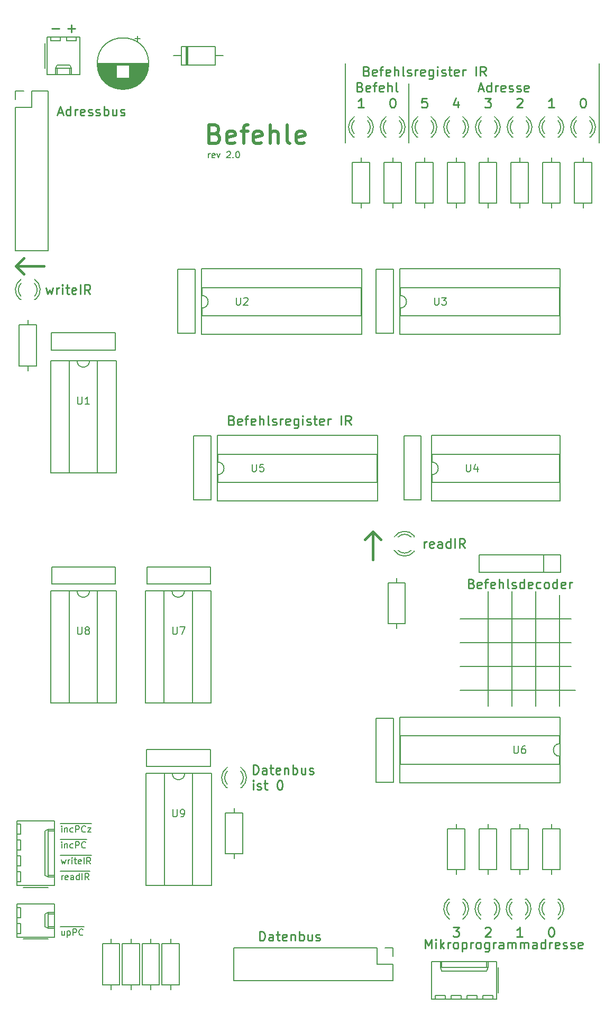
<source format=gbr>
G04 #@! TF.GenerationSoftware,KiCad,Pcbnew,(5.1.7)-1*
G04 #@! TF.CreationDate,2020-11-15T10:54:59+01:00*
G04 #@! TF.ProjectId,Befehle,42656665-686c-4652-9e6b-696361645f70,rev?*
G04 #@! TF.SameCoordinates,Original*
G04 #@! TF.FileFunction,Legend,Top*
G04 #@! TF.FilePolarity,Positive*
%FSLAX46Y46*%
G04 Gerber Fmt 4.6, Leading zero omitted, Abs format (unit mm)*
G04 Created by KiCad (PCBNEW (5.1.7)-1) date 2020-11-15 10:54:59*
%MOMM*%
%LPD*%
G01*
G04 APERTURE LIST*
%ADD10C,0.170000*%
%ADD11C,0.200000*%
%ADD12C,0.250000*%
%ADD13C,0.400000*%
%ADD14C,0.500000*%
G04 APERTURE END LIST*
D10*
X55053595Y-42712380D02*
X55053595Y-42045714D01*
X55053595Y-42236190D02*
X55101214Y-42140952D01*
X55148833Y-42093333D01*
X55244071Y-42045714D01*
X55339309Y-42045714D01*
X56053595Y-42664761D02*
X55958357Y-42712380D01*
X55767880Y-42712380D01*
X55672642Y-42664761D01*
X55625023Y-42569523D01*
X55625023Y-42188571D01*
X55672642Y-42093333D01*
X55767880Y-42045714D01*
X55958357Y-42045714D01*
X56053595Y-42093333D01*
X56101214Y-42188571D01*
X56101214Y-42283809D01*
X55625023Y-42379047D01*
X56434547Y-42045714D02*
X56672642Y-42712380D01*
X56910738Y-42045714D01*
X58005976Y-41807619D02*
X58053595Y-41760000D01*
X58148833Y-41712380D01*
X58386928Y-41712380D01*
X58482166Y-41760000D01*
X58529785Y-41807619D01*
X58577404Y-41902857D01*
X58577404Y-41998095D01*
X58529785Y-42140952D01*
X57958357Y-42712380D01*
X58577404Y-42712380D01*
X59005976Y-42617142D02*
X59053595Y-42664761D01*
X59005976Y-42712380D01*
X58958357Y-42664761D01*
X59005976Y-42617142D01*
X59005976Y-42712380D01*
X59672642Y-41712380D02*
X59767880Y-41712380D01*
X59863119Y-41760000D01*
X59910738Y-41807619D01*
X59958357Y-41902857D01*
X60005976Y-42093333D01*
X60005976Y-42331428D01*
X59958357Y-42521904D01*
X59910738Y-42617142D01*
X59863119Y-42664761D01*
X59767880Y-42712380D01*
X59672642Y-42712380D01*
X59577404Y-42664761D01*
X59529785Y-42617142D01*
X59482166Y-42521904D01*
X59434547Y-42331428D01*
X59434547Y-42093333D01*
X59482166Y-41902857D01*
X59529785Y-41807619D01*
X59577404Y-41760000D01*
X59672642Y-41712380D01*
D11*
X95345000Y-127985000D02*
X113760000Y-127985000D01*
X95345000Y-124175000D02*
X113125000Y-124175000D01*
X95345000Y-120365000D02*
X113125000Y-120365000D01*
X95345000Y-116555000D02*
X113125000Y-116555000D01*
X111220000Y-112745000D02*
X111220000Y-130525000D01*
X107410000Y-112110000D02*
X107410000Y-130525000D01*
X103600000Y-112110000D02*
X103600000Y-130525000D01*
X99790000Y-112110000D02*
X99790000Y-130525000D01*
D12*
X97155714Y-110859857D02*
X97370000Y-110931285D01*
X97441428Y-111002714D01*
X97512857Y-111145571D01*
X97512857Y-111359857D01*
X97441428Y-111502714D01*
X97370000Y-111574142D01*
X97227142Y-111645571D01*
X96655714Y-111645571D01*
X96655714Y-110145571D01*
X97155714Y-110145571D01*
X97298571Y-110217000D01*
X97370000Y-110288428D01*
X97441428Y-110431285D01*
X97441428Y-110574142D01*
X97370000Y-110717000D01*
X97298571Y-110788428D01*
X97155714Y-110859857D01*
X96655714Y-110859857D01*
X98727142Y-111574142D02*
X98584285Y-111645571D01*
X98298571Y-111645571D01*
X98155714Y-111574142D01*
X98084285Y-111431285D01*
X98084285Y-110859857D01*
X98155714Y-110717000D01*
X98298571Y-110645571D01*
X98584285Y-110645571D01*
X98727142Y-110717000D01*
X98798571Y-110859857D01*
X98798571Y-111002714D01*
X98084285Y-111145571D01*
X99227142Y-110645571D02*
X99798571Y-110645571D01*
X99441428Y-111645571D02*
X99441428Y-110359857D01*
X99512857Y-110217000D01*
X99655714Y-110145571D01*
X99798571Y-110145571D01*
X100870000Y-111574142D02*
X100727142Y-111645571D01*
X100441428Y-111645571D01*
X100298571Y-111574142D01*
X100227142Y-111431285D01*
X100227142Y-110859857D01*
X100298571Y-110717000D01*
X100441428Y-110645571D01*
X100727142Y-110645571D01*
X100870000Y-110717000D01*
X100941428Y-110859857D01*
X100941428Y-111002714D01*
X100227142Y-111145571D01*
X101584285Y-111645571D02*
X101584285Y-110145571D01*
X102227142Y-111645571D02*
X102227142Y-110859857D01*
X102155714Y-110717000D01*
X102012857Y-110645571D01*
X101798571Y-110645571D01*
X101655714Y-110717000D01*
X101584285Y-110788428D01*
X103155714Y-111645571D02*
X103012857Y-111574142D01*
X102941428Y-111431285D01*
X102941428Y-110145571D01*
X103655714Y-111574142D02*
X103798571Y-111645571D01*
X104084285Y-111645571D01*
X104227142Y-111574142D01*
X104298571Y-111431285D01*
X104298571Y-111359857D01*
X104227142Y-111217000D01*
X104084285Y-111145571D01*
X103870000Y-111145571D01*
X103727142Y-111074142D01*
X103655714Y-110931285D01*
X103655714Y-110859857D01*
X103727142Y-110717000D01*
X103870000Y-110645571D01*
X104084285Y-110645571D01*
X104227142Y-110717000D01*
X105584285Y-111645571D02*
X105584285Y-110145571D01*
X105584285Y-111574142D02*
X105441428Y-111645571D01*
X105155714Y-111645571D01*
X105012857Y-111574142D01*
X104941428Y-111502714D01*
X104870000Y-111359857D01*
X104870000Y-110931285D01*
X104941428Y-110788428D01*
X105012857Y-110717000D01*
X105155714Y-110645571D01*
X105441428Y-110645571D01*
X105584285Y-110717000D01*
X106870000Y-111574142D02*
X106727142Y-111645571D01*
X106441428Y-111645571D01*
X106298571Y-111574142D01*
X106227142Y-111431285D01*
X106227142Y-110859857D01*
X106298571Y-110717000D01*
X106441428Y-110645571D01*
X106727142Y-110645571D01*
X106870000Y-110717000D01*
X106941428Y-110859857D01*
X106941428Y-111002714D01*
X106227142Y-111145571D01*
X108227142Y-111574142D02*
X108084285Y-111645571D01*
X107798571Y-111645571D01*
X107655714Y-111574142D01*
X107584285Y-111502714D01*
X107512857Y-111359857D01*
X107512857Y-110931285D01*
X107584285Y-110788428D01*
X107655714Y-110717000D01*
X107798571Y-110645571D01*
X108084285Y-110645571D01*
X108227142Y-110717000D01*
X109084285Y-111645571D02*
X108941428Y-111574142D01*
X108870000Y-111502714D01*
X108798571Y-111359857D01*
X108798571Y-110931285D01*
X108870000Y-110788428D01*
X108941428Y-110717000D01*
X109084285Y-110645571D01*
X109298571Y-110645571D01*
X109441428Y-110717000D01*
X109512857Y-110788428D01*
X109584285Y-110931285D01*
X109584285Y-111359857D01*
X109512857Y-111502714D01*
X109441428Y-111574142D01*
X109298571Y-111645571D01*
X109084285Y-111645571D01*
X110870000Y-111645571D02*
X110870000Y-110145571D01*
X110870000Y-111574142D02*
X110727142Y-111645571D01*
X110441428Y-111645571D01*
X110298571Y-111574142D01*
X110227142Y-111502714D01*
X110155714Y-111359857D01*
X110155714Y-110931285D01*
X110227142Y-110788428D01*
X110298571Y-110717000D01*
X110441428Y-110645571D01*
X110727142Y-110645571D01*
X110870000Y-110717000D01*
X112155714Y-111574142D02*
X112012857Y-111645571D01*
X111727142Y-111645571D01*
X111584285Y-111574142D01*
X111512857Y-111431285D01*
X111512857Y-110859857D01*
X111584285Y-110717000D01*
X111727142Y-110645571D01*
X112012857Y-110645571D01*
X112155714Y-110717000D01*
X112227142Y-110859857D01*
X112227142Y-111002714D01*
X111512857Y-111145571D01*
X112870000Y-111645571D02*
X112870000Y-110645571D01*
X112870000Y-110931285D02*
X112941428Y-110788428D01*
X113012857Y-110717000D01*
X113155714Y-110645571D01*
X113298571Y-110645571D01*
X80380000Y-28817857D02*
X80594285Y-28889285D01*
X80665714Y-28960714D01*
X80737142Y-29103571D01*
X80737142Y-29317857D01*
X80665714Y-29460714D01*
X80594285Y-29532142D01*
X80451428Y-29603571D01*
X79880000Y-29603571D01*
X79880000Y-28103571D01*
X80380000Y-28103571D01*
X80522857Y-28175000D01*
X80594285Y-28246428D01*
X80665714Y-28389285D01*
X80665714Y-28532142D01*
X80594285Y-28675000D01*
X80522857Y-28746428D01*
X80380000Y-28817857D01*
X79880000Y-28817857D01*
X81951428Y-29532142D02*
X81808571Y-29603571D01*
X81522857Y-29603571D01*
X81380000Y-29532142D01*
X81308571Y-29389285D01*
X81308571Y-28817857D01*
X81380000Y-28675000D01*
X81522857Y-28603571D01*
X81808571Y-28603571D01*
X81951428Y-28675000D01*
X82022857Y-28817857D01*
X82022857Y-28960714D01*
X81308571Y-29103571D01*
X82451428Y-28603571D02*
X83022857Y-28603571D01*
X82665714Y-29603571D02*
X82665714Y-28317857D01*
X82737142Y-28175000D01*
X82880000Y-28103571D01*
X83022857Y-28103571D01*
X84094285Y-29532142D02*
X83951428Y-29603571D01*
X83665714Y-29603571D01*
X83522857Y-29532142D01*
X83451428Y-29389285D01*
X83451428Y-28817857D01*
X83522857Y-28675000D01*
X83665714Y-28603571D01*
X83951428Y-28603571D01*
X84094285Y-28675000D01*
X84165714Y-28817857D01*
X84165714Y-28960714D01*
X83451428Y-29103571D01*
X84808571Y-29603571D02*
X84808571Y-28103571D01*
X85451428Y-29603571D02*
X85451428Y-28817857D01*
X85380000Y-28675000D01*
X85237142Y-28603571D01*
X85022857Y-28603571D01*
X84880000Y-28675000D01*
X84808571Y-28746428D01*
X86380000Y-29603571D02*
X86237142Y-29532142D01*
X86165714Y-29389285D01*
X86165714Y-28103571D01*
X86880000Y-29532142D02*
X87022857Y-29603571D01*
X87308571Y-29603571D01*
X87451428Y-29532142D01*
X87522857Y-29389285D01*
X87522857Y-29317857D01*
X87451428Y-29175000D01*
X87308571Y-29103571D01*
X87094285Y-29103571D01*
X86951428Y-29032142D01*
X86880000Y-28889285D01*
X86880000Y-28817857D01*
X86951428Y-28675000D01*
X87094285Y-28603571D01*
X87308571Y-28603571D01*
X87451428Y-28675000D01*
X88165714Y-29603571D02*
X88165714Y-28603571D01*
X88165714Y-28889285D02*
X88237142Y-28746428D01*
X88308571Y-28675000D01*
X88451428Y-28603571D01*
X88594285Y-28603571D01*
X89665714Y-29532142D02*
X89522857Y-29603571D01*
X89237142Y-29603571D01*
X89094285Y-29532142D01*
X89022857Y-29389285D01*
X89022857Y-28817857D01*
X89094285Y-28675000D01*
X89237142Y-28603571D01*
X89522857Y-28603571D01*
X89665714Y-28675000D01*
X89737142Y-28817857D01*
X89737142Y-28960714D01*
X89022857Y-29103571D01*
X91022857Y-28603571D02*
X91022857Y-29817857D01*
X90951428Y-29960714D01*
X90880000Y-30032142D01*
X90737142Y-30103571D01*
X90522857Y-30103571D01*
X90380000Y-30032142D01*
X91022857Y-29532142D02*
X90880000Y-29603571D01*
X90594285Y-29603571D01*
X90451428Y-29532142D01*
X90380000Y-29460714D01*
X90308571Y-29317857D01*
X90308571Y-28889285D01*
X90380000Y-28746428D01*
X90451428Y-28675000D01*
X90594285Y-28603571D01*
X90880000Y-28603571D01*
X91022857Y-28675000D01*
X91737142Y-29603571D02*
X91737142Y-28603571D01*
X91737142Y-28103571D02*
X91665714Y-28175000D01*
X91737142Y-28246428D01*
X91808571Y-28175000D01*
X91737142Y-28103571D01*
X91737142Y-28246428D01*
X92380000Y-29532142D02*
X92522857Y-29603571D01*
X92808571Y-29603571D01*
X92951428Y-29532142D01*
X93022857Y-29389285D01*
X93022857Y-29317857D01*
X92951428Y-29175000D01*
X92808571Y-29103571D01*
X92594285Y-29103571D01*
X92451428Y-29032142D01*
X92380000Y-28889285D01*
X92380000Y-28817857D01*
X92451428Y-28675000D01*
X92594285Y-28603571D01*
X92808571Y-28603571D01*
X92951428Y-28675000D01*
X93451428Y-28603571D02*
X94022857Y-28603571D01*
X93665714Y-28103571D02*
X93665714Y-29389285D01*
X93737142Y-29532142D01*
X93880000Y-29603571D01*
X94022857Y-29603571D01*
X95094285Y-29532142D02*
X94951428Y-29603571D01*
X94665714Y-29603571D01*
X94522857Y-29532142D01*
X94451428Y-29389285D01*
X94451428Y-28817857D01*
X94522857Y-28675000D01*
X94665714Y-28603571D01*
X94951428Y-28603571D01*
X95094285Y-28675000D01*
X95165714Y-28817857D01*
X95165714Y-28960714D01*
X94451428Y-29103571D01*
X95808571Y-29603571D02*
X95808571Y-28603571D01*
X95808571Y-28889285D02*
X95880000Y-28746428D01*
X95951428Y-28675000D01*
X96094285Y-28603571D01*
X96237142Y-28603571D01*
X97880000Y-29603571D02*
X97880000Y-28103571D01*
X99451428Y-29603571D02*
X98951428Y-28889285D01*
X98594285Y-29603571D02*
X98594285Y-28103571D01*
X99165714Y-28103571D01*
X99308571Y-28175000D01*
X99380000Y-28246428D01*
X99451428Y-28389285D01*
X99451428Y-28603571D01*
X99380000Y-28746428D01*
X99308571Y-28817857D01*
X99165714Y-28889285D01*
X98594285Y-28889285D01*
D11*
X117570000Y-40355000D02*
X117570000Y-27655000D01*
X76930000Y-40355000D02*
X76930000Y-27655000D01*
D12*
X89758571Y-169303571D02*
X89758571Y-167803571D01*
X90258571Y-168875000D01*
X90758571Y-167803571D01*
X90758571Y-169303571D01*
X91472857Y-169303571D02*
X91472857Y-168303571D01*
X91472857Y-167803571D02*
X91401428Y-167875000D01*
X91472857Y-167946428D01*
X91544285Y-167875000D01*
X91472857Y-167803571D01*
X91472857Y-167946428D01*
X92187142Y-169303571D02*
X92187142Y-167803571D01*
X92330000Y-168732142D02*
X92758571Y-169303571D01*
X92758571Y-168303571D02*
X92187142Y-168875000D01*
X93401428Y-169303571D02*
X93401428Y-168303571D01*
X93401428Y-168589285D02*
X93472857Y-168446428D01*
X93544285Y-168375000D01*
X93687142Y-168303571D01*
X93830000Y-168303571D01*
X94544285Y-169303571D02*
X94401428Y-169232142D01*
X94330000Y-169160714D01*
X94258571Y-169017857D01*
X94258571Y-168589285D01*
X94330000Y-168446428D01*
X94401428Y-168375000D01*
X94544285Y-168303571D01*
X94758571Y-168303571D01*
X94901428Y-168375000D01*
X94972857Y-168446428D01*
X95044285Y-168589285D01*
X95044285Y-169017857D01*
X94972857Y-169160714D01*
X94901428Y-169232142D01*
X94758571Y-169303571D01*
X94544285Y-169303571D01*
X95687142Y-168303571D02*
X95687142Y-169803571D01*
X95687142Y-168375000D02*
X95830000Y-168303571D01*
X96115714Y-168303571D01*
X96258571Y-168375000D01*
X96330000Y-168446428D01*
X96401428Y-168589285D01*
X96401428Y-169017857D01*
X96330000Y-169160714D01*
X96258571Y-169232142D01*
X96115714Y-169303571D01*
X95830000Y-169303571D01*
X95687142Y-169232142D01*
X97044285Y-169303571D02*
X97044285Y-168303571D01*
X97044285Y-168589285D02*
X97115714Y-168446428D01*
X97187142Y-168375000D01*
X97330000Y-168303571D01*
X97472857Y-168303571D01*
X98187142Y-169303571D02*
X98044285Y-169232142D01*
X97972857Y-169160714D01*
X97901428Y-169017857D01*
X97901428Y-168589285D01*
X97972857Y-168446428D01*
X98044285Y-168375000D01*
X98187142Y-168303571D01*
X98401428Y-168303571D01*
X98544285Y-168375000D01*
X98615714Y-168446428D01*
X98687142Y-168589285D01*
X98687142Y-169017857D01*
X98615714Y-169160714D01*
X98544285Y-169232142D01*
X98401428Y-169303571D01*
X98187142Y-169303571D01*
X99972857Y-168303571D02*
X99972857Y-169517857D01*
X99901428Y-169660714D01*
X99830000Y-169732142D01*
X99687142Y-169803571D01*
X99472857Y-169803571D01*
X99330000Y-169732142D01*
X99972857Y-169232142D02*
X99830000Y-169303571D01*
X99544285Y-169303571D01*
X99401428Y-169232142D01*
X99330000Y-169160714D01*
X99258571Y-169017857D01*
X99258571Y-168589285D01*
X99330000Y-168446428D01*
X99401428Y-168375000D01*
X99544285Y-168303571D01*
X99830000Y-168303571D01*
X99972857Y-168375000D01*
X100687142Y-169303571D02*
X100687142Y-168303571D01*
X100687142Y-168589285D02*
X100758571Y-168446428D01*
X100830000Y-168375000D01*
X100972857Y-168303571D01*
X101115714Y-168303571D01*
X102258571Y-169303571D02*
X102258571Y-168517857D01*
X102187142Y-168375000D01*
X102044285Y-168303571D01*
X101758571Y-168303571D01*
X101615714Y-168375000D01*
X102258571Y-169232142D02*
X102115714Y-169303571D01*
X101758571Y-169303571D01*
X101615714Y-169232142D01*
X101544285Y-169089285D01*
X101544285Y-168946428D01*
X101615714Y-168803571D01*
X101758571Y-168732142D01*
X102115714Y-168732142D01*
X102258571Y-168660714D01*
X102972857Y-169303571D02*
X102972857Y-168303571D01*
X102972857Y-168446428D02*
X103044285Y-168375000D01*
X103187142Y-168303571D01*
X103401428Y-168303571D01*
X103544285Y-168375000D01*
X103615714Y-168517857D01*
X103615714Y-169303571D01*
X103615714Y-168517857D02*
X103687142Y-168375000D01*
X103830000Y-168303571D01*
X104044285Y-168303571D01*
X104187142Y-168375000D01*
X104258571Y-168517857D01*
X104258571Y-169303571D01*
X104972857Y-169303571D02*
X104972857Y-168303571D01*
X104972857Y-168446428D02*
X105044285Y-168375000D01*
X105187142Y-168303571D01*
X105401428Y-168303571D01*
X105544285Y-168375000D01*
X105615714Y-168517857D01*
X105615714Y-169303571D01*
X105615714Y-168517857D02*
X105687142Y-168375000D01*
X105830000Y-168303571D01*
X106044285Y-168303571D01*
X106187142Y-168375000D01*
X106258571Y-168517857D01*
X106258571Y-169303571D01*
X107615714Y-169303571D02*
X107615714Y-168517857D01*
X107544285Y-168375000D01*
X107401428Y-168303571D01*
X107115714Y-168303571D01*
X106972857Y-168375000D01*
X107615714Y-169232142D02*
X107472857Y-169303571D01*
X107115714Y-169303571D01*
X106972857Y-169232142D01*
X106901428Y-169089285D01*
X106901428Y-168946428D01*
X106972857Y-168803571D01*
X107115714Y-168732142D01*
X107472857Y-168732142D01*
X107615714Y-168660714D01*
X108972857Y-169303571D02*
X108972857Y-167803571D01*
X108972857Y-169232142D02*
X108830000Y-169303571D01*
X108544285Y-169303571D01*
X108401428Y-169232142D01*
X108330000Y-169160714D01*
X108258571Y-169017857D01*
X108258571Y-168589285D01*
X108330000Y-168446428D01*
X108401428Y-168375000D01*
X108544285Y-168303571D01*
X108830000Y-168303571D01*
X108972857Y-168375000D01*
X109687142Y-169303571D02*
X109687142Y-168303571D01*
X109687142Y-168589285D02*
X109758571Y-168446428D01*
X109830000Y-168375000D01*
X109972857Y-168303571D01*
X110115714Y-168303571D01*
X111187142Y-169232142D02*
X111044285Y-169303571D01*
X110758571Y-169303571D01*
X110615714Y-169232142D01*
X110544285Y-169089285D01*
X110544285Y-168517857D01*
X110615714Y-168375000D01*
X110758571Y-168303571D01*
X111044285Y-168303571D01*
X111187142Y-168375000D01*
X111258571Y-168517857D01*
X111258571Y-168660714D01*
X110544285Y-168803571D01*
X111830000Y-169232142D02*
X111972857Y-169303571D01*
X112258571Y-169303571D01*
X112401428Y-169232142D01*
X112472857Y-169089285D01*
X112472857Y-169017857D01*
X112401428Y-168875000D01*
X112258571Y-168803571D01*
X112044285Y-168803571D01*
X111901428Y-168732142D01*
X111830000Y-168589285D01*
X111830000Y-168517857D01*
X111901428Y-168375000D01*
X112044285Y-168303571D01*
X112258571Y-168303571D01*
X112401428Y-168375000D01*
X113044285Y-169232142D02*
X113187142Y-169303571D01*
X113472857Y-169303571D01*
X113615714Y-169232142D01*
X113687142Y-169089285D01*
X113687142Y-169017857D01*
X113615714Y-168875000D01*
X113472857Y-168803571D01*
X113258571Y-168803571D01*
X113115714Y-168732142D01*
X113044285Y-168589285D01*
X113044285Y-168517857D01*
X113115714Y-168375000D01*
X113258571Y-168303571D01*
X113472857Y-168303571D01*
X113615714Y-168375000D01*
X114901428Y-169232142D02*
X114758571Y-169303571D01*
X114472857Y-169303571D01*
X114330000Y-169232142D01*
X114258571Y-169089285D01*
X114258571Y-168517857D01*
X114330000Y-168375000D01*
X114472857Y-168303571D01*
X114758571Y-168303571D01*
X114901428Y-168375000D01*
X114972857Y-168517857D01*
X114972857Y-168660714D01*
X114258571Y-168803571D01*
X94210000Y-165898571D02*
X95138571Y-165898571D01*
X94638571Y-166470000D01*
X94852857Y-166470000D01*
X94995714Y-166541428D01*
X95067142Y-166612857D01*
X95138571Y-166755714D01*
X95138571Y-167112857D01*
X95067142Y-167255714D01*
X94995714Y-167327142D01*
X94852857Y-167398571D01*
X94424285Y-167398571D01*
X94281428Y-167327142D01*
X94210000Y-167255714D01*
X99361428Y-166041428D02*
X99432857Y-165970000D01*
X99575714Y-165898571D01*
X99932857Y-165898571D01*
X100075714Y-165970000D01*
X100147142Y-166041428D01*
X100218571Y-166184285D01*
X100218571Y-166327142D01*
X100147142Y-166541428D01*
X99290000Y-167398571D01*
X100218571Y-167398571D01*
X105298571Y-167398571D02*
X104441428Y-167398571D01*
X104870000Y-167398571D02*
X104870000Y-165898571D01*
X104727142Y-166112857D01*
X104584285Y-166255714D01*
X104441428Y-166327142D01*
X109878571Y-165898571D02*
X110021428Y-165898571D01*
X110164285Y-165970000D01*
X110235714Y-166041428D01*
X110307142Y-166184285D01*
X110378571Y-166470000D01*
X110378571Y-166827142D01*
X110307142Y-167112857D01*
X110235714Y-167255714D01*
X110164285Y-167327142D01*
X110021428Y-167398571D01*
X109878571Y-167398571D01*
X109735714Y-167327142D01*
X109664285Y-167255714D01*
X109592857Y-167112857D01*
X109521428Y-166827142D01*
X109521428Y-166470000D01*
X109592857Y-166184285D01*
X109664285Y-166041428D01*
X109735714Y-165970000D01*
X109878571Y-165898571D01*
X114958571Y-33183571D02*
X115101428Y-33183571D01*
X115244285Y-33255000D01*
X115315714Y-33326428D01*
X115387142Y-33469285D01*
X115458571Y-33755000D01*
X115458571Y-34112142D01*
X115387142Y-34397857D01*
X115315714Y-34540714D01*
X115244285Y-34612142D01*
X115101428Y-34683571D01*
X114958571Y-34683571D01*
X114815714Y-34612142D01*
X114744285Y-34540714D01*
X114672857Y-34397857D01*
X114601428Y-34112142D01*
X114601428Y-33755000D01*
X114672857Y-33469285D01*
X114744285Y-33326428D01*
X114815714Y-33255000D01*
X114958571Y-33183571D01*
X110378571Y-34683571D02*
X109521428Y-34683571D01*
X109950000Y-34683571D02*
X109950000Y-33183571D01*
X109807142Y-33397857D01*
X109664285Y-33540714D01*
X109521428Y-33612142D01*
X104441428Y-33326428D02*
X104512857Y-33255000D01*
X104655714Y-33183571D01*
X105012857Y-33183571D01*
X105155714Y-33255000D01*
X105227142Y-33326428D01*
X105298571Y-33469285D01*
X105298571Y-33612142D01*
X105227142Y-33826428D01*
X104370000Y-34683571D01*
X105298571Y-34683571D01*
X99290000Y-33183571D02*
X100218571Y-33183571D01*
X99718571Y-33755000D01*
X99932857Y-33755000D01*
X100075714Y-33826428D01*
X100147142Y-33897857D01*
X100218571Y-34040714D01*
X100218571Y-34397857D01*
X100147142Y-34540714D01*
X100075714Y-34612142D01*
X99932857Y-34683571D01*
X99504285Y-34683571D01*
X99361428Y-34612142D01*
X99290000Y-34540714D01*
X94995714Y-33683571D02*
X94995714Y-34683571D01*
X94638571Y-33112142D02*
X94281428Y-34183571D01*
X95210000Y-34183571D01*
X89987142Y-33183571D02*
X89272857Y-33183571D01*
X89201428Y-33897857D01*
X89272857Y-33826428D01*
X89415714Y-33755000D01*
X89772857Y-33755000D01*
X89915714Y-33826428D01*
X89987142Y-33897857D01*
X90058571Y-34040714D01*
X90058571Y-34397857D01*
X89987142Y-34540714D01*
X89915714Y-34612142D01*
X89772857Y-34683571D01*
X89415714Y-34683571D01*
X89272857Y-34612142D01*
X89201428Y-34540714D01*
X98330000Y-31715000D02*
X99044285Y-31715000D01*
X98187142Y-32143571D02*
X98687142Y-30643571D01*
X99187142Y-32143571D01*
X100330000Y-32143571D02*
X100330000Y-30643571D01*
X100330000Y-32072142D02*
X100187142Y-32143571D01*
X99901428Y-32143571D01*
X99758571Y-32072142D01*
X99687142Y-32000714D01*
X99615714Y-31857857D01*
X99615714Y-31429285D01*
X99687142Y-31286428D01*
X99758571Y-31215000D01*
X99901428Y-31143571D01*
X100187142Y-31143571D01*
X100330000Y-31215000D01*
X101044285Y-32143571D02*
X101044285Y-31143571D01*
X101044285Y-31429285D02*
X101115714Y-31286428D01*
X101187142Y-31215000D01*
X101330000Y-31143571D01*
X101472857Y-31143571D01*
X102544285Y-32072142D02*
X102401428Y-32143571D01*
X102115714Y-32143571D01*
X101972857Y-32072142D01*
X101901428Y-31929285D01*
X101901428Y-31357857D01*
X101972857Y-31215000D01*
X102115714Y-31143571D01*
X102401428Y-31143571D01*
X102544285Y-31215000D01*
X102615714Y-31357857D01*
X102615714Y-31500714D01*
X101901428Y-31643571D01*
X103187142Y-32072142D02*
X103330000Y-32143571D01*
X103615714Y-32143571D01*
X103758571Y-32072142D01*
X103830000Y-31929285D01*
X103830000Y-31857857D01*
X103758571Y-31715000D01*
X103615714Y-31643571D01*
X103401428Y-31643571D01*
X103258571Y-31572142D01*
X103187142Y-31429285D01*
X103187142Y-31357857D01*
X103258571Y-31215000D01*
X103401428Y-31143571D01*
X103615714Y-31143571D01*
X103758571Y-31215000D01*
X104401428Y-32072142D02*
X104544285Y-32143571D01*
X104830000Y-32143571D01*
X104972857Y-32072142D01*
X105044285Y-31929285D01*
X105044285Y-31857857D01*
X104972857Y-31715000D01*
X104830000Y-31643571D01*
X104615714Y-31643571D01*
X104472857Y-31572142D01*
X104401428Y-31429285D01*
X104401428Y-31357857D01*
X104472857Y-31215000D01*
X104615714Y-31143571D01*
X104830000Y-31143571D01*
X104972857Y-31215000D01*
X106258571Y-32072142D02*
X106115714Y-32143571D01*
X105830000Y-32143571D01*
X105687142Y-32072142D01*
X105615714Y-31929285D01*
X105615714Y-31357857D01*
X105687142Y-31215000D01*
X105830000Y-31143571D01*
X106115714Y-31143571D01*
X106258571Y-31215000D01*
X106330000Y-31357857D01*
X106330000Y-31500714D01*
X105615714Y-31643571D01*
X79331428Y-31357857D02*
X79545714Y-31429285D01*
X79617142Y-31500714D01*
X79688571Y-31643571D01*
X79688571Y-31857857D01*
X79617142Y-32000714D01*
X79545714Y-32072142D01*
X79402857Y-32143571D01*
X78831428Y-32143571D01*
X78831428Y-30643571D01*
X79331428Y-30643571D01*
X79474285Y-30715000D01*
X79545714Y-30786428D01*
X79617142Y-30929285D01*
X79617142Y-31072142D01*
X79545714Y-31215000D01*
X79474285Y-31286428D01*
X79331428Y-31357857D01*
X78831428Y-31357857D01*
X80902857Y-32072142D02*
X80760000Y-32143571D01*
X80474285Y-32143571D01*
X80331428Y-32072142D01*
X80260000Y-31929285D01*
X80260000Y-31357857D01*
X80331428Y-31215000D01*
X80474285Y-31143571D01*
X80760000Y-31143571D01*
X80902857Y-31215000D01*
X80974285Y-31357857D01*
X80974285Y-31500714D01*
X80260000Y-31643571D01*
X81402857Y-31143571D02*
X81974285Y-31143571D01*
X81617142Y-32143571D02*
X81617142Y-30857857D01*
X81688571Y-30715000D01*
X81831428Y-30643571D01*
X81974285Y-30643571D01*
X83045714Y-32072142D02*
X82902857Y-32143571D01*
X82617142Y-32143571D01*
X82474285Y-32072142D01*
X82402857Y-31929285D01*
X82402857Y-31357857D01*
X82474285Y-31215000D01*
X82617142Y-31143571D01*
X82902857Y-31143571D01*
X83045714Y-31215000D01*
X83117142Y-31357857D01*
X83117142Y-31500714D01*
X82402857Y-31643571D01*
X83760000Y-32143571D02*
X83760000Y-30643571D01*
X84402857Y-32143571D02*
X84402857Y-31357857D01*
X84331428Y-31215000D01*
X84188571Y-31143571D01*
X83974285Y-31143571D01*
X83831428Y-31215000D01*
X83760000Y-31286428D01*
X85331428Y-32143571D02*
X85188571Y-32072142D01*
X85117142Y-31929285D01*
X85117142Y-30643571D01*
X79898571Y-34683571D02*
X79041428Y-34683571D01*
X79470000Y-34683571D02*
X79470000Y-33183571D01*
X79327142Y-33397857D01*
X79184285Y-33540714D01*
X79041428Y-33612142D01*
X84478571Y-33183571D02*
X84621428Y-33183571D01*
X84764285Y-33255000D01*
X84835714Y-33326428D01*
X84907142Y-33469285D01*
X84978571Y-33755000D01*
X84978571Y-34112142D01*
X84907142Y-34397857D01*
X84835714Y-34540714D01*
X84764285Y-34612142D01*
X84621428Y-34683571D01*
X84478571Y-34683571D01*
X84335714Y-34612142D01*
X84264285Y-34540714D01*
X84192857Y-34397857D01*
X84121428Y-34112142D01*
X84121428Y-33755000D01*
X84192857Y-33469285D01*
X84264285Y-33326428D01*
X84335714Y-33255000D01*
X84478571Y-33183571D01*
D11*
X87090000Y-40355000D02*
X87090000Y-30830000D01*
D12*
X29046785Y-63528571D02*
X29332500Y-64528571D01*
X29618214Y-63814285D01*
X29903928Y-64528571D01*
X30189642Y-63528571D01*
X30761071Y-64528571D02*
X30761071Y-63528571D01*
X30761071Y-63814285D02*
X30832500Y-63671428D01*
X30903928Y-63600000D01*
X31046785Y-63528571D01*
X31189642Y-63528571D01*
X31689642Y-64528571D02*
X31689642Y-63528571D01*
X31689642Y-63028571D02*
X31618214Y-63100000D01*
X31689642Y-63171428D01*
X31761071Y-63100000D01*
X31689642Y-63028571D01*
X31689642Y-63171428D01*
X32189642Y-63528571D02*
X32761071Y-63528571D01*
X32403928Y-63028571D02*
X32403928Y-64314285D01*
X32475357Y-64457142D01*
X32618214Y-64528571D01*
X32761071Y-64528571D01*
X33832500Y-64457142D02*
X33689642Y-64528571D01*
X33403928Y-64528571D01*
X33261071Y-64457142D01*
X33189642Y-64314285D01*
X33189642Y-63742857D01*
X33261071Y-63600000D01*
X33403928Y-63528571D01*
X33689642Y-63528571D01*
X33832500Y-63600000D01*
X33903928Y-63742857D01*
X33903928Y-63885714D01*
X33189642Y-64028571D01*
X34546785Y-64528571D02*
X34546785Y-63028571D01*
X36118214Y-64528571D02*
X35618214Y-63814285D01*
X35261071Y-64528571D02*
X35261071Y-63028571D01*
X35832500Y-63028571D01*
X35975357Y-63100000D01*
X36046785Y-63171428D01*
X36118214Y-63314285D01*
X36118214Y-63528571D01*
X36046785Y-63671428D01*
X35975357Y-63742857D01*
X35832500Y-63814285D01*
X35261071Y-63814285D01*
X62209642Y-141383571D02*
X62209642Y-139883571D01*
X62566785Y-139883571D01*
X62781071Y-139955000D01*
X62923928Y-140097857D01*
X62995357Y-140240714D01*
X63066785Y-140526428D01*
X63066785Y-140740714D01*
X62995357Y-141026428D01*
X62923928Y-141169285D01*
X62781071Y-141312142D01*
X62566785Y-141383571D01*
X62209642Y-141383571D01*
X64352500Y-141383571D02*
X64352500Y-140597857D01*
X64281071Y-140455000D01*
X64138214Y-140383571D01*
X63852500Y-140383571D01*
X63709642Y-140455000D01*
X64352500Y-141312142D02*
X64209642Y-141383571D01*
X63852500Y-141383571D01*
X63709642Y-141312142D01*
X63638214Y-141169285D01*
X63638214Y-141026428D01*
X63709642Y-140883571D01*
X63852500Y-140812142D01*
X64209642Y-140812142D01*
X64352500Y-140740714D01*
X64852500Y-140383571D02*
X65423928Y-140383571D01*
X65066785Y-139883571D02*
X65066785Y-141169285D01*
X65138214Y-141312142D01*
X65281071Y-141383571D01*
X65423928Y-141383571D01*
X66495357Y-141312142D02*
X66352500Y-141383571D01*
X66066785Y-141383571D01*
X65923928Y-141312142D01*
X65852500Y-141169285D01*
X65852500Y-140597857D01*
X65923928Y-140455000D01*
X66066785Y-140383571D01*
X66352500Y-140383571D01*
X66495357Y-140455000D01*
X66566785Y-140597857D01*
X66566785Y-140740714D01*
X65852500Y-140883571D01*
X67209642Y-140383571D02*
X67209642Y-141383571D01*
X67209642Y-140526428D02*
X67281071Y-140455000D01*
X67423928Y-140383571D01*
X67638214Y-140383571D01*
X67781071Y-140455000D01*
X67852500Y-140597857D01*
X67852500Y-141383571D01*
X68566785Y-141383571D02*
X68566785Y-139883571D01*
X68566785Y-140455000D02*
X68709642Y-140383571D01*
X68995357Y-140383571D01*
X69138214Y-140455000D01*
X69209642Y-140526428D01*
X69281071Y-140669285D01*
X69281071Y-141097857D01*
X69209642Y-141240714D01*
X69138214Y-141312142D01*
X68995357Y-141383571D01*
X68709642Y-141383571D01*
X68566785Y-141312142D01*
X70566785Y-140383571D02*
X70566785Y-141383571D01*
X69923928Y-140383571D02*
X69923928Y-141169285D01*
X69995357Y-141312142D01*
X70138214Y-141383571D01*
X70352500Y-141383571D01*
X70495357Y-141312142D01*
X70566785Y-141240714D01*
X71209642Y-141312142D02*
X71352500Y-141383571D01*
X71638214Y-141383571D01*
X71781071Y-141312142D01*
X71852500Y-141169285D01*
X71852500Y-141097857D01*
X71781071Y-140955000D01*
X71638214Y-140883571D01*
X71423928Y-140883571D01*
X71281071Y-140812142D01*
X71209642Y-140669285D01*
X71209642Y-140597857D01*
X71281071Y-140455000D01*
X71423928Y-140383571D01*
X71638214Y-140383571D01*
X71781071Y-140455000D01*
X62209642Y-143883571D02*
X62209642Y-142883571D01*
X62209642Y-142383571D02*
X62138214Y-142455000D01*
X62209642Y-142526428D01*
X62281071Y-142455000D01*
X62209642Y-142383571D01*
X62209642Y-142526428D01*
X62852500Y-143812142D02*
X62995357Y-143883571D01*
X63281071Y-143883571D01*
X63423928Y-143812142D01*
X63495357Y-143669285D01*
X63495357Y-143597857D01*
X63423928Y-143455000D01*
X63281071Y-143383571D01*
X63066785Y-143383571D01*
X62923928Y-143312142D01*
X62852500Y-143169285D01*
X62852500Y-143097857D01*
X62923928Y-142955000D01*
X63066785Y-142883571D01*
X63281071Y-142883571D01*
X63423928Y-142955000D01*
X63923928Y-142883571D02*
X64495357Y-142883571D01*
X64138214Y-142383571D02*
X64138214Y-143669285D01*
X64209642Y-143812142D01*
X64352500Y-143883571D01*
X64495357Y-143883571D01*
X66423928Y-142383571D02*
X66566785Y-142383571D01*
X66709642Y-142455000D01*
X66781071Y-142526428D01*
X66852500Y-142669285D01*
X66923928Y-142955000D01*
X66923928Y-143312142D01*
X66852500Y-143597857D01*
X66781071Y-143740714D01*
X66709642Y-143812142D01*
X66566785Y-143883571D01*
X66423928Y-143883571D01*
X66281071Y-143812142D01*
X66209642Y-143740714D01*
X66138214Y-143597857D01*
X66066785Y-143312142D01*
X66066785Y-142955000D01*
X66138214Y-142669285D01*
X66209642Y-142526428D01*
X66281071Y-142455000D01*
X66423928Y-142383571D01*
D10*
X31320500Y-149269000D02*
X31796690Y-149269000D01*
X31558595Y-150662380D02*
X31558595Y-149995714D01*
X31558595Y-149662380D02*
X31510976Y-149710000D01*
X31558595Y-149757619D01*
X31606214Y-149710000D01*
X31558595Y-149662380D01*
X31558595Y-149757619D01*
X31796690Y-149269000D02*
X32701452Y-149269000D01*
X32034785Y-149995714D02*
X32034785Y-150662380D01*
X32034785Y-150090952D02*
X32082404Y-150043333D01*
X32177642Y-149995714D01*
X32320500Y-149995714D01*
X32415738Y-150043333D01*
X32463357Y-150138571D01*
X32463357Y-150662380D01*
X32701452Y-149269000D02*
X33558595Y-149269000D01*
X33368119Y-150614761D02*
X33272880Y-150662380D01*
X33082404Y-150662380D01*
X32987166Y-150614761D01*
X32939547Y-150567142D01*
X32891928Y-150471904D01*
X32891928Y-150186190D01*
X32939547Y-150090952D01*
X32987166Y-150043333D01*
X33082404Y-149995714D01*
X33272880Y-149995714D01*
X33368119Y-150043333D01*
X33558595Y-149269000D02*
X34558595Y-149269000D01*
X33796690Y-150662380D02*
X33796690Y-149662380D01*
X34177642Y-149662380D01*
X34272880Y-149710000D01*
X34320500Y-149757619D01*
X34368119Y-149852857D01*
X34368119Y-149995714D01*
X34320500Y-150090952D01*
X34272880Y-150138571D01*
X34177642Y-150186190D01*
X33796690Y-150186190D01*
X34558595Y-149269000D02*
X35558595Y-149269000D01*
X35368119Y-150567142D02*
X35320500Y-150614761D01*
X35177642Y-150662380D01*
X35082404Y-150662380D01*
X34939547Y-150614761D01*
X34844309Y-150519523D01*
X34796690Y-150424285D01*
X34749071Y-150233809D01*
X34749071Y-150090952D01*
X34796690Y-149900476D01*
X34844309Y-149805238D01*
X34939547Y-149710000D01*
X35082404Y-149662380D01*
X35177642Y-149662380D01*
X35320500Y-149710000D01*
X35368119Y-149757619D01*
X35558595Y-149269000D02*
X36368119Y-149269000D01*
X35701452Y-149995714D02*
X36225261Y-149995714D01*
X35701452Y-150662380D01*
X36225261Y-150662380D01*
X31320500Y-151809000D02*
X31796690Y-151809000D01*
X31558595Y-153202380D02*
X31558595Y-152535714D01*
X31558595Y-152202380D02*
X31510976Y-152250000D01*
X31558595Y-152297619D01*
X31606214Y-152250000D01*
X31558595Y-152202380D01*
X31558595Y-152297619D01*
X31796690Y-151809000D02*
X32701452Y-151809000D01*
X32034785Y-152535714D02*
X32034785Y-153202380D01*
X32034785Y-152630952D02*
X32082404Y-152583333D01*
X32177642Y-152535714D01*
X32320500Y-152535714D01*
X32415738Y-152583333D01*
X32463357Y-152678571D01*
X32463357Y-153202380D01*
X32701452Y-151809000D02*
X33558595Y-151809000D01*
X33368119Y-153154761D02*
X33272880Y-153202380D01*
X33082404Y-153202380D01*
X32987166Y-153154761D01*
X32939547Y-153107142D01*
X32891928Y-153011904D01*
X32891928Y-152726190D01*
X32939547Y-152630952D01*
X32987166Y-152583333D01*
X33082404Y-152535714D01*
X33272880Y-152535714D01*
X33368119Y-152583333D01*
X33558595Y-151809000D02*
X34558595Y-151809000D01*
X33796690Y-153202380D02*
X33796690Y-152202380D01*
X34177642Y-152202380D01*
X34272880Y-152250000D01*
X34320500Y-152297619D01*
X34368119Y-152392857D01*
X34368119Y-152535714D01*
X34320500Y-152630952D01*
X34272880Y-152678571D01*
X34177642Y-152726190D01*
X33796690Y-152726190D01*
X34558595Y-151809000D02*
X35558595Y-151809000D01*
X35368119Y-153107142D02*
X35320500Y-153154761D01*
X35177642Y-153202380D01*
X35082404Y-153202380D01*
X34939547Y-153154761D01*
X34844309Y-153059523D01*
X34796690Y-152964285D01*
X34749071Y-152773809D01*
X34749071Y-152630952D01*
X34796690Y-152440476D01*
X34844309Y-152345238D01*
X34939547Y-152250000D01*
X35082404Y-152202380D01*
X35177642Y-152202380D01*
X35320500Y-152250000D01*
X35368119Y-152297619D01*
X31320500Y-154349000D02*
X32368119Y-154349000D01*
X31463357Y-155075714D02*
X31653833Y-155742380D01*
X31844309Y-155266190D01*
X32034785Y-155742380D01*
X32225261Y-155075714D01*
X32368119Y-154349000D02*
X32987166Y-154349000D01*
X32606214Y-155742380D02*
X32606214Y-155075714D01*
X32606214Y-155266190D02*
X32653833Y-155170952D01*
X32701452Y-155123333D01*
X32796690Y-155075714D01*
X32891928Y-155075714D01*
X32987166Y-154349000D02*
X33463357Y-154349000D01*
X33225261Y-155742380D02*
X33225261Y-155075714D01*
X33225261Y-154742380D02*
X33177642Y-154790000D01*
X33225261Y-154837619D01*
X33272880Y-154790000D01*
X33225261Y-154742380D01*
X33225261Y-154837619D01*
X33463357Y-154349000D02*
X34034785Y-154349000D01*
X33558595Y-155075714D02*
X33939547Y-155075714D01*
X33701452Y-154742380D02*
X33701452Y-155599523D01*
X33749071Y-155694761D01*
X33844309Y-155742380D01*
X33939547Y-155742380D01*
X34034785Y-154349000D02*
X34891928Y-154349000D01*
X34653833Y-155694761D02*
X34558595Y-155742380D01*
X34368119Y-155742380D01*
X34272880Y-155694761D01*
X34225261Y-155599523D01*
X34225261Y-155218571D01*
X34272880Y-155123333D01*
X34368119Y-155075714D01*
X34558595Y-155075714D01*
X34653833Y-155123333D01*
X34701452Y-155218571D01*
X34701452Y-155313809D01*
X34225261Y-155409047D01*
X34891928Y-154349000D02*
X35368119Y-154349000D01*
X35130023Y-155742380D02*
X35130023Y-154742380D01*
X35368119Y-154349000D02*
X36368119Y-154349000D01*
X36177642Y-155742380D02*
X35844309Y-155266190D01*
X35606214Y-155742380D02*
X35606214Y-154742380D01*
X35987166Y-154742380D01*
X36082404Y-154790000D01*
X36130023Y-154837619D01*
X36177642Y-154932857D01*
X36177642Y-155075714D01*
X36130023Y-155170952D01*
X36082404Y-155218571D01*
X35987166Y-155266190D01*
X35606214Y-155266190D01*
X31320500Y-156889000D02*
X31939547Y-156889000D01*
X31558595Y-158282380D02*
X31558595Y-157615714D01*
X31558595Y-157806190D02*
X31606214Y-157710952D01*
X31653833Y-157663333D01*
X31749071Y-157615714D01*
X31844309Y-157615714D01*
X31939547Y-156889000D02*
X32796690Y-156889000D01*
X32558595Y-158234761D02*
X32463357Y-158282380D01*
X32272880Y-158282380D01*
X32177642Y-158234761D01*
X32130023Y-158139523D01*
X32130023Y-157758571D01*
X32177642Y-157663333D01*
X32272880Y-157615714D01*
X32463357Y-157615714D01*
X32558595Y-157663333D01*
X32606214Y-157758571D01*
X32606214Y-157853809D01*
X32130023Y-157949047D01*
X32796690Y-156889000D02*
X33701452Y-156889000D01*
X33463357Y-158282380D02*
X33463357Y-157758571D01*
X33415738Y-157663333D01*
X33320500Y-157615714D01*
X33130023Y-157615714D01*
X33034785Y-157663333D01*
X33463357Y-158234761D02*
X33368119Y-158282380D01*
X33130023Y-158282380D01*
X33034785Y-158234761D01*
X32987166Y-158139523D01*
X32987166Y-158044285D01*
X33034785Y-157949047D01*
X33130023Y-157901428D01*
X33368119Y-157901428D01*
X33463357Y-157853809D01*
X33701452Y-156889000D02*
X34606214Y-156889000D01*
X34368119Y-158282380D02*
X34368119Y-157282380D01*
X34368119Y-158234761D02*
X34272880Y-158282380D01*
X34082404Y-158282380D01*
X33987166Y-158234761D01*
X33939547Y-158187142D01*
X33891928Y-158091904D01*
X33891928Y-157806190D01*
X33939547Y-157710952D01*
X33987166Y-157663333D01*
X34082404Y-157615714D01*
X34272880Y-157615714D01*
X34368119Y-157663333D01*
X34606214Y-156889000D02*
X35082404Y-156889000D01*
X34844309Y-158282380D02*
X34844309Y-157282380D01*
X35082404Y-156889000D02*
X36082404Y-156889000D01*
X35891928Y-158282380D02*
X35558595Y-157806190D01*
X35320500Y-158282380D02*
X35320500Y-157282380D01*
X35701452Y-157282380D01*
X35796690Y-157330000D01*
X35844309Y-157377619D01*
X35891928Y-157472857D01*
X35891928Y-157615714D01*
X35844309Y-157710952D01*
X35796690Y-157758571D01*
X35701452Y-157806190D01*
X35320500Y-157806190D01*
X31320500Y-165779000D02*
X32225261Y-165779000D01*
X31987166Y-166505714D02*
X31987166Y-167172380D01*
X31558595Y-166505714D02*
X31558595Y-167029523D01*
X31606214Y-167124761D01*
X31701452Y-167172380D01*
X31844309Y-167172380D01*
X31939547Y-167124761D01*
X31987166Y-167077142D01*
X32225261Y-165779000D02*
X33130023Y-165779000D01*
X32463357Y-166505714D02*
X32463357Y-167505714D01*
X32463357Y-166553333D02*
X32558595Y-166505714D01*
X32749071Y-166505714D01*
X32844309Y-166553333D01*
X32891928Y-166600952D01*
X32939547Y-166696190D01*
X32939547Y-166981904D01*
X32891928Y-167077142D01*
X32844309Y-167124761D01*
X32749071Y-167172380D01*
X32558595Y-167172380D01*
X32463357Y-167124761D01*
X33130023Y-165779000D02*
X34130023Y-165779000D01*
X33368119Y-167172380D02*
X33368119Y-166172380D01*
X33749071Y-166172380D01*
X33844309Y-166220000D01*
X33891928Y-166267619D01*
X33939547Y-166362857D01*
X33939547Y-166505714D01*
X33891928Y-166600952D01*
X33844309Y-166648571D01*
X33749071Y-166696190D01*
X33368119Y-166696190D01*
X34130023Y-165779000D02*
X35130023Y-165779000D01*
X34939547Y-167077142D02*
X34891928Y-167124761D01*
X34749071Y-167172380D01*
X34653833Y-167172380D01*
X34510976Y-167124761D01*
X34415738Y-167029523D01*
X34368119Y-166934285D01*
X34320500Y-166743809D01*
X34320500Y-166600952D01*
X34368119Y-166410476D01*
X34415738Y-166315238D01*
X34510976Y-166220000D01*
X34653833Y-166172380D01*
X34749071Y-166172380D01*
X34891928Y-166220000D01*
X34939547Y-166267619D01*
D12*
X30968571Y-35525000D02*
X31682857Y-35525000D01*
X30825714Y-35953571D02*
X31325714Y-34453571D01*
X31825714Y-35953571D01*
X32968571Y-35953571D02*
X32968571Y-34453571D01*
X32968571Y-35882142D02*
X32825714Y-35953571D01*
X32540000Y-35953571D01*
X32397142Y-35882142D01*
X32325714Y-35810714D01*
X32254285Y-35667857D01*
X32254285Y-35239285D01*
X32325714Y-35096428D01*
X32397142Y-35025000D01*
X32540000Y-34953571D01*
X32825714Y-34953571D01*
X32968571Y-35025000D01*
X33682857Y-35953571D02*
X33682857Y-34953571D01*
X33682857Y-35239285D02*
X33754285Y-35096428D01*
X33825714Y-35025000D01*
X33968571Y-34953571D01*
X34111428Y-34953571D01*
X35182857Y-35882142D02*
X35040000Y-35953571D01*
X34754285Y-35953571D01*
X34611428Y-35882142D01*
X34540000Y-35739285D01*
X34540000Y-35167857D01*
X34611428Y-35025000D01*
X34754285Y-34953571D01*
X35040000Y-34953571D01*
X35182857Y-35025000D01*
X35254285Y-35167857D01*
X35254285Y-35310714D01*
X34540000Y-35453571D01*
X35825714Y-35882142D02*
X35968571Y-35953571D01*
X36254285Y-35953571D01*
X36397142Y-35882142D01*
X36468571Y-35739285D01*
X36468571Y-35667857D01*
X36397142Y-35525000D01*
X36254285Y-35453571D01*
X36040000Y-35453571D01*
X35897142Y-35382142D01*
X35825714Y-35239285D01*
X35825714Y-35167857D01*
X35897142Y-35025000D01*
X36040000Y-34953571D01*
X36254285Y-34953571D01*
X36397142Y-35025000D01*
X37040000Y-35882142D02*
X37182857Y-35953571D01*
X37468571Y-35953571D01*
X37611428Y-35882142D01*
X37682857Y-35739285D01*
X37682857Y-35667857D01*
X37611428Y-35525000D01*
X37468571Y-35453571D01*
X37254285Y-35453571D01*
X37111428Y-35382142D01*
X37040000Y-35239285D01*
X37040000Y-35167857D01*
X37111428Y-35025000D01*
X37254285Y-34953571D01*
X37468571Y-34953571D01*
X37611428Y-35025000D01*
X38325714Y-35953571D02*
X38325714Y-34453571D01*
X38325714Y-35025000D02*
X38468571Y-34953571D01*
X38754285Y-34953571D01*
X38897142Y-35025000D01*
X38968571Y-35096428D01*
X39040000Y-35239285D01*
X39040000Y-35667857D01*
X38968571Y-35810714D01*
X38897142Y-35882142D01*
X38754285Y-35953571D01*
X38468571Y-35953571D01*
X38325714Y-35882142D01*
X40325714Y-34953571D02*
X40325714Y-35953571D01*
X39682857Y-34953571D02*
X39682857Y-35739285D01*
X39754285Y-35882142D01*
X39897142Y-35953571D01*
X40111428Y-35953571D01*
X40254285Y-35882142D01*
X40325714Y-35810714D01*
X40968571Y-35882142D02*
X41111428Y-35953571D01*
X41397142Y-35953571D01*
X41540000Y-35882142D01*
X41611428Y-35739285D01*
X41611428Y-35667857D01*
X41540000Y-35525000D01*
X41397142Y-35453571D01*
X41182857Y-35453571D01*
X41040000Y-35382142D01*
X40968571Y-35239285D01*
X40968571Y-35167857D01*
X41040000Y-35025000D01*
X41182857Y-34953571D01*
X41397142Y-34953571D01*
X41540000Y-35025000D01*
X63254285Y-168033571D02*
X63254285Y-166533571D01*
X63611428Y-166533571D01*
X63825714Y-166605000D01*
X63968571Y-166747857D01*
X64040000Y-166890714D01*
X64111428Y-167176428D01*
X64111428Y-167390714D01*
X64040000Y-167676428D01*
X63968571Y-167819285D01*
X63825714Y-167962142D01*
X63611428Y-168033571D01*
X63254285Y-168033571D01*
X65397142Y-168033571D02*
X65397142Y-167247857D01*
X65325714Y-167105000D01*
X65182857Y-167033571D01*
X64897142Y-167033571D01*
X64754285Y-167105000D01*
X65397142Y-167962142D02*
X65254285Y-168033571D01*
X64897142Y-168033571D01*
X64754285Y-167962142D01*
X64682857Y-167819285D01*
X64682857Y-167676428D01*
X64754285Y-167533571D01*
X64897142Y-167462142D01*
X65254285Y-167462142D01*
X65397142Y-167390714D01*
X65897142Y-167033571D02*
X66468571Y-167033571D01*
X66111428Y-166533571D02*
X66111428Y-167819285D01*
X66182857Y-167962142D01*
X66325714Y-168033571D01*
X66468571Y-168033571D01*
X67540000Y-167962142D02*
X67397142Y-168033571D01*
X67111428Y-168033571D01*
X66968571Y-167962142D01*
X66897142Y-167819285D01*
X66897142Y-167247857D01*
X66968571Y-167105000D01*
X67111428Y-167033571D01*
X67397142Y-167033571D01*
X67540000Y-167105000D01*
X67611428Y-167247857D01*
X67611428Y-167390714D01*
X66897142Y-167533571D01*
X68254285Y-167033571D02*
X68254285Y-168033571D01*
X68254285Y-167176428D02*
X68325714Y-167105000D01*
X68468571Y-167033571D01*
X68682857Y-167033571D01*
X68825714Y-167105000D01*
X68897142Y-167247857D01*
X68897142Y-168033571D01*
X69611428Y-168033571D02*
X69611428Y-166533571D01*
X69611428Y-167105000D02*
X69754285Y-167033571D01*
X70040000Y-167033571D01*
X70182857Y-167105000D01*
X70254285Y-167176428D01*
X70325714Y-167319285D01*
X70325714Y-167747857D01*
X70254285Y-167890714D01*
X70182857Y-167962142D01*
X70040000Y-168033571D01*
X69754285Y-168033571D01*
X69611428Y-167962142D01*
X71611428Y-167033571D02*
X71611428Y-168033571D01*
X70968571Y-167033571D02*
X70968571Y-167819285D01*
X71040000Y-167962142D01*
X71182857Y-168033571D01*
X71397142Y-168033571D01*
X71540000Y-167962142D01*
X71611428Y-167890714D01*
X72254285Y-167962142D02*
X72397142Y-168033571D01*
X72682857Y-168033571D01*
X72825714Y-167962142D01*
X72897142Y-167819285D01*
X72897142Y-167747857D01*
X72825714Y-167605000D01*
X72682857Y-167533571D01*
X72468571Y-167533571D01*
X72325714Y-167462142D01*
X72254285Y-167319285D01*
X72254285Y-167247857D01*
X72325714Y-167105000D01*
X72468571Y-167033571D01*
X72682857Y-167033571D01*
X72825714Y-167105000D01*
X58790000Y-84697857D02*
X59004285Y-84769285D01*
X59075714Y-84840714D01*
X59147142Y-84983571D01*
X59147142Y-85197857D01*
X59075714Y-85340714D01*
X59004285Y-85412142D01*
X58861428Y-85483571D01*
X58290000Y-85483571D01*
X58290000Y-83983571D01*
X58790000Y-83983571D01*
X58932857Y-84055000D01*
X59004285Y-84126428D01*
X59075714Y-84269285D01*
X59075714Y-84412142D01*
X59004285Y-84555000D01*
X58932857Y-84626428D01*
X58790000Y-84697857D01*
X58290000Y-84697857D01*
X60361428Y-85412142D02*
X60218571Y-85483571D01*
X59932857Y-85483571D01*
X59790000Y-85412142D01*
X59718571Y-85269285D01*
X59718571Y-84697857D01*
X59790000Y-84555000D01*
X59932857Y-84483571D01*
X60218571Y-84483571D01*
X60361428Y-84555000D01*
X60432857Y-84697857D01*
X60432857Y-84840714D01*
X59718571Y-84983571D01*
X60861428Y-84483571D02*
X61432857Y-84483571D01*
X61075714Y-85483571D02*
X61075714Y-84197857D01*
X61147142Y-84055000D01*
X61290000Y-83983571D01*
X61432857Y-83983571D01*
X62504285Y-85412142D02*
X62361428Y-85483571D01*
X62075714Y-85483571D01*
X61932857Y-85412142D01*
X61861428Y-85269285D01*
X61861428Y-84697857D01*
X61932857Y-84555000D01*
X62075714Y-84483571D01*
X62361428Y-84483571D01*
X62504285Y-84555000D01*
X62575714Y-84697857D01*
X62575714Y-84840714D01*
X61861428Y-84983571D01*
X63218571Y-85483571D02*
X63218571Y-83983571D01*
X63861428Y-85483571D02*
X63861428Y-84697857D01*
X63790000Y-84555000D01*
X63647142Y-84483571D01*
X63432857Y-84483571D01*
X63290000Y-84555000D01*
X63218571Y-84626428D01*
X64790000Y-85483571D02*
X64647142Y-85412142D01*
X64575714Y-85269285D01*
X64575714Y-83983571D01*
X65290000Y-85412142D02*
X65432857Y-85483571D01*
X65718571Y-85483571D01*
X65861428Y-85412142D01*
X65932857Y-85269285D01*
X65932857Y-85197857D01*
X65861428Y-85055000D01*
X65718571Y-84983571D01*
X65504285Y-84983571D01*
X65361428Y-84912142D01*
X65290000Y-84769285D01*
X65290000Y-84697857D01*
X65361428Y-84555000D01*
X65504285Y-84483571D01*
X65718571Y-84483571D01*
X65861428Y-84555000D01*
X66575714Y-85483571D02*
X66575714Y-84483571D01*
X66575714Y-84769285D02*
X66647142Y-84626428D01*
X66718571Y-84555000D01*
X66861428Y-84483571D01*
X67004285Y-84483571D01*
X68075714Y-85412142D02*
X67932857Y-85483571D01*
X67647142Y-85483571D01*
X67504285Y-85412142D01*
X67432857Y-85269285D01*
X67432857Y-84697857D01*
X67504285Y-84555000D01*
X67647142Y-84483571D01*
X67932857Y-84483571D01*
X68075714Y-84555000D01*
X68147142Y-84697857D01*
X68147142Y-84840714D01*
X67432857Y-84983571D01*
X69432857Y-84483571D02*
X69432857Y-85697857D01*
X69361428Y-85840714D01*
X69290000Y-85912142D01*
X69147142Y-85983571D01*
X68932857Y-85983571D01*
X68790000Y-85912142D01*
X69432857Y-85412142D02*
X69290000Y-85483571D01*
X69004285Y-85483571D01*
X68861428Y-85412142D01*
X68790000Y-85340714D01*
X68718571Y-85197857D01*
X68718571Y-84769285D01*
X68790000Y-84626428D01*
X68861428Y-84555000D01*
X69004285Y-84483571D01*
X69290000Y-84483571D01*
X69432857Y-84555000D01*
X70147142Y-85483571D02*
X70147142Y-84483571D01*
X70147142Y-83983571D02*
X70075714Y-84055000D01*
X70147142Y-84126428D01*
X70218571Y-84055000D01*
X70147142Y-83983571D01*
X70147142Y-84126428D01*
X70790000Y-85412142D02*
X70932857Y-85483571D01*
X71218571Y-85483571D01*
X71361428Y-85412142D01*
X71432857Y-85269285D01*
X71432857Y-85197857D01*
X71361428Y-85055000D01*
X71218571Y-84983571D01*
X71004285Y-84983571D01*
X70861428Y-84912142D01*
X70790000Y-84769285D01*
X70790000Y-84697857D01*
X70861428Y-84555000D01*
X71004285Y-84483571D01*
X71218571Y-84483571D01*
X71361428Y-84555000D01*
X71861428Y-84483571D02*
X72432857Y-84483571D01*
X72075714Y-83983571D02*
X72075714Y-85269285D01*
X72147142Y-85412142D01*
X72290000Y-85483571D01*
X72432857Y-85483571D01*
X73504285Y-85412142D02*
X73361428Y-85483571D01*
X73075714Y-85483571D01*
X72932857Y-85412142D01*
X72861428Y-85269285D01*
X72861428Y-84697857D01*
X72932857Y-84555000D01*
X73075714Y-84483571D01*
X73361428Y-84483571D01*
X73504285Y-84555000D01*
X73575714Y-84697857D01*
X73575714Y-84840714D01*
X72861428Y-84983571D01*
X74218571Y-85483571D02*
X74218571Y-84483571D01*
X74218571Y-84769285D02*
X74290000Y-84626428D01*
X74361428Y-84555000D01*
X74504285Y-84483571D01*
X74647142Y-84483571D01*
X76290000Y-85483571D02*
X76290000Y-83983571D01*
X77861428Y-85483571D02*
X77361428Y-84769285D01*
X77004285Y-85483571D02*
X77004285Y-83983571D01*
X77575714Y-83983571D01*
X77718571Y-84055000D01*
X77790000Y-84126428D01*
X77861428Y-84269285D01*
X77861428Y-84483571D01*
X77790000Y-84626428D01*
X77718571Y-84697857D01*
X77575714Y-84769285D01*
X77004285Y-84769285D01*
X89590714Y-105168571D02*
X89590714Y-104168571D01*
X89590714Y-104454285D02*
X89662142Y-104311428D01*
X89733571Y-104240000D01*
X89876428Y-104168571D01*
X90019285Y-104168571D01*
X91090714Y-105097142D02*
X90947857Y-105168571D01*
X90662142Y-105168571D01*
X90519285Y-105097142D01*
X90447857Y-104954285D01*
X90447857Y-104382857D01*
X90519285Y-104240000D01*
X90662142Y-104168571D01*
X90947857Y-104168571D01*
X91090714Y-104240000D01*
X91162142Y-104382857D01*
X91162142Y-104525714D01*
X90447857Y-104668571D01*
X92447857Y-105168571D02*
X92447857Y-104382857D01*
X92376428Y-104240000D01*
X92233571Y-104168571D01*
X91947857Y-104168571D01*
X91805000Y-104240000D01*
X92447857Y-105097142D02*
X92305000Y-105168571D01*
X91947857Y-105168571D01*
X91805000Y-105097142D01*
X91733571Y-104954285D01*
X91733571Y-104811428D01*
X91805000Y-104668571D01*
X91947857Y-104597142D01*
X92305000Y-104597142D01*
X92447857Y-104525714D01*
X93805000Y-105168571D02*
X93805000Y-103668571D01*
X93805000Y-105097142D02*
X93662142Y-105168571D01*
X93376428Y-105168571D01*
X93233571Y-105097142D01*
X93162142Y-105025714D01*
X93090714Y-104882857D01*
X93090714Y-104454285D01*
X93162142Y-104311428D01*
X93233571Y-104240000D01*
X93376428Y-104168571D01*
X93662142Y-104168571D01*
X93805000Y-104240000D01*
X94519285Y-105168571D02*
X94519285Y-103668571D01*
X96090714Y-105168571D02*
X95590714Y-104454285D01*
X95233571Y-105168571D02*
X95233571Y-103668571D01*
X95805000Y-103668571D01*
X95947857Y-103740000D01*
X96019285Y-103811428D01*
X96090714Y-103954285D01*
X96090714Y-104168571D01*
X96019285Y-104311428D01*
X95947857Y-104382857D01*
X95805000Y-104454285D01*
X95233571Y-104454285D01*
D13*
X81375000Y-102585000D02*
X82645000Y-103855000D01*
X80105000Y-103855000D02*
X81375000Y-102585000D01*
X81375000Y-102585000D02*
X81375000Y-107030000D01*
X25495000Y-61310000D02*
X24225000Y-60040000D01*
X25495000Y-58770000D02*
X24225000Y-60040000D01*
X24225000Y-60040000D02*
X28670000Y-60040000D01*
D12*
X32543571Y-22047142D02*
X33686428Y-22047142D01*
X33115000Y-22618571D02*
X33115000Y-21475714D01*
X30003571Y-22047142D02*
X31146428Y-22047142D01*
D14*
X56109285Y-38870714D02*
X56537857Y-39013571D01*
X56680714Y-39156428D01*
X56823571Y-39442142D01*
X56823571Y-39870714D01*
X56680714Y-40156428D01*
X56537857Y-40299285D01*
X56252142Y-40442142D01*
X55109285Y-40442142D01*
X55109285Y-37442142D01*
X56109285Y-37442142D01*
X56395000Y-37585000D01*
X56537857Y-37727857D01*
X56680714Y-38013571D01*
X56680714Y-38299285D01*
X56537857Y-38585000D01*
X56395000Y-38727857D01*
X56109285Y-38870714D01*
X55109285Y-38870714D01*
X59252142Y-40299285D02*
X58966428Y-40442142D01*
X58395000Y-40442142D01*
X58109285Y-40299285D01*
X57966428Y-40013571D01*
X57966428Y-38870714D01*
X58109285Y-38585000D01*
X58395000Y-38442142D01*
X58966428Y-38442142D01*
X59252142Y-38585000D01*
X59395000Y-38870714D01*
X59395000Y-39156428D01*
X57966428Y-39442142D01*
X60252142Y-38442142D02*
X61395000Y-38442142D01*
X60680714Y-40442142D02*
X60680714Y-37870714D01*
X60823571Y-37585000D01*
X61109285Y-37442142D01*
X61395000Y-37442142D01*
X63537857Y-40299285D02*
X63252142Y-40442142D01*
X62680714Y-40442142D01*
X62395000Y-40299285D01*
X62252142Y-40013571D01*
X62252142Y-38870714D01*
X62395000Y-38585000D01*
X62680714Y-38442142D01*
X63252142Y-38442142D01*
X63537857Y-38585000D01*
X63680714Y-38870714D01*
X63680714Y-39156428D01*
X62252142Y-39442142D01*
X64966428Y-40442142D02*
X64966428Y-37442142D01*
X66252142Y-40442142D02*
X66252142Y-38870714D01*
X66109285Y-38585000D01*
X65823571Y-38442142D01*
X65395000Y-38442142D01*
X65109285Y-38585000D01*
X64966428Y-38727857D01*
X68109285Y-40442142D02*
X67823571Y-40299285D01*
X67680714Y-40013571D01*
X67680714Y-37442142D01*
X70395000Y-40299285D02*
X70109285Y-40442142D01*
X69537857Y-40442142D01*
X69252142Y-40299285D01*
X69109285Y-40013571D01*
X69109285Y-38870714D01*
X69252142Y-38585000D01*
X69537857Y-38442142D01*
X70109285Y-38442142D01*
X70395000Y-38585000D01*
X70537857Y-38870714D01*
X70537857Y-39156428D01*
X69109285Y-39442142D01*
D11*
X111340000Y-142760000D02*
X111340000Y-132260000D01*
X85700000Y-142760000D02*
X111340000Y-142760000D01*
X85700000Y-132260000D02*
X85700000Y-142760000D01*
X111340000Y-132260000D02*
X85700000Y-132260000D01*
X111280000Y-139760000D02*
X111280000Y-138510000D01*
X85760000Y-139760000D02*
X111280000Y-139760000D01*
X85760000Y-135260000D02*
X85760000Y-139760000D01*
X111280000Y-135260000D02*
X85760000Y-135260000D01*
X111280000Y-136510000D02*
X111280000Y-135260000D01*
X111280000Y-138510000D02*
G75*
G02*
X111280000Y-136510000I0J1000000D01*
G01*
X56490000Y-87175000D02*
X56490000Y-97675000D01*
X82130000Y-87175000D02*
X56490000Y-87175000D01*
X82130000Y-97675000D02*
X82130000Y-87175000D01*
X56490000Y-97675000D02*
X82130000Y-97675000D01*
X56550000Y-90175000D02*
X56550000Y-91425000D01*
X82070000Y-90175000D02*
X56550000Y-90175000D01*
X82070000Y-94675000D02*
X82070000Y-90175000D01*
X56550000Y-94675000D02*
X82070000Y-94675000D01*
X56550000Y-93425000D02*
X56550000Y-94675000D01*
X56550000Y-91425000D02*
G75*
G02*
X56550000Y-93425000I0J-1000000D01*
G01*
X85700000Y-60505000D02*
X85700000Y-71005000D01*
X111340000Y-60505000D02*
X85700000Y-60505000D01*
X111340000Y-71005000D02*
X111340000Y-60505000D01*
X85700000Y-71005000D02*
X111340000Y-71005000D01*
X85760000Y-63505000D02*
X85760000Y-64755000D01*
X111280000Y-63505000D02*
X85760000Y-63505000D01*
X111280000Y-68005000D02*
X111280000Y-63505000D01*
X85760000Y-68005000D02*
X111280000Y-68005000D01*
X85760000Y-66755000D02*
X85760000Y-68005000D01*
X85760000Y-64755000D02*
G75*
G02*
X85760000Y-66755000I0J-1000000D01*
G01*
X53950000Y-60505000D02*
X53950000Y-71005000D01*
X79590000Y-60505000D02*
X53950000Y-60505000D01*
X79590000Y-71005000D02*
X79590000Y-60505000D01*
X53950000Y-71005000D02*
X79590000Y-71005000D01*
X54010000Y-63505000D02*
X54010000Y-64755000D01*
X79530000Y-63505000D02*
X54010000Y-63505000D01*
X79530000Y-68005000D02*
X79530000Y-63505000D01*
X54010000Y-68005000D02*
X79530000Y-68005000D01*
X54010000Y-66755000D02*
X54010000Y-68005000D01*
X54010000Y-64755000D02*
G75*
G02*
X54010000Y-66755000I0J-1000000D01*
G01*
X24370000Y-159210000D02*
X30390000Y-159210000D01*
X30390000Y-159210000D02*
X30390000Y-148830000D01*
X30390000Y-148830000D02*
X24370000Y-148830000D01*
X24370000Y-148830000D02*
X24370000Y-159210000D01*
X25400000Y-159500000D02*
X29400000Y-159500000D01*
X30390000Y-157830000D02*
X29390000Y-157830000D01*
X29390000Y-157830000D02*
X29390000Y-150210000D01*
X29390000Y-150210000D02*
X30390000Y-150210000D01*
X29390000Y-157830000D02*
X28860000Y-157580000D01*
X28860000Y-157580000D02*
X28860000Y-150460000D01*
X28860000Y-150460000D02*
X29390000Y-150210000D01*
X30390000Y-157580000D02*
X29390000Y-157580000D01*
X30390000Y-150460000D02*
X29390000Y-150460000D01*
X24370000Y-158630000D02*
X24970000Y-158630000D01*
X24970000Y-158630000D02*
X24970000Y-157030000D01*
X24970000Y-157030000D02*
X24370000Y-157030000D01*
X24370000Y-156090000D02*
X24970000Y-156090000D01*
X24970000Y-156090000D02*
X24970000Y-154490000D01*
X24970000Y-154490000D02*
X24370000Y-154490000D01*
X24370000Y-153550000D02*
X24970000Y-153550000D01*
X24970000Y-153550000D02*
X24970000Y-151950000D01*
X24970000Y-151950000D02*
X24370000Y-151950000D01*
X24370000Y-151010000D02*
X24970000Y-151010000D01*
X24970000Y-151010000D02*
X24970000Y-149410000D01*
X24970000Y-149410000D02*
X24370000Y-149410000D01*
X51495000Y-24915000D02*
X51495000Y-27855000D01*
X51735000Y-24915000D02*
X51735000Y-27855000D01*
X51615000Y-24915000D02*
X51615000Y-27855000D01*
X57375000Y-26385000D02*
X56155000Y-26385000D01*
X49495000Y-26385000D02*
X50715000Y-26385000D01*
X56155000Y-24915000D02*
X50715000Y-24915000D01*
X56155000Y-27855000D02*
X56155000Y-24915000D01*
X50715000Y-27855000D02*
X56155000Y-27855000D01*
X50715000Y-24915000D02*
X50715000Y-27855000D01*
X109950000Y-149345000D02*
X109950000Y-150115000D01*
X109950000Y-157425000D02*
X109950000Y-156655000D01*
X108580000Y-150115000D02*
X108580000Y-156655000D01*
X111320000Y-150115000D02*
X108580000Y-150115000D01*
X111320000Y-156655000D02*
X111320000Y-150115000D01*
X108580000Y-156655000D02*
X111320000Y-156655000D01*
X84610000Y-169200000D02*
X84610000Y-170530000D01*
X83280000Y-169200000D02*
X84610000Y-169200000D01*
X84610000Y-171800000D02*
X84610000Y-174400000D01*
X82010000Y-171800000D02*
X84610000Y-171800000D01*
X82010000Y-169200000D02*
X82010000Y-171800000D01*
X84610000Y-174400000D02*
X59090000Y-174400000D01*
X82010000Y-169200000D02*
X59090000Y-169200000D01*
X59090000Y-169200000D02*
X59090000Y-174400000D01*
X90780000Y-87175000D02*
X90780000Y-97675000D01*
X111340000Y-87175000D02*
X90780000Y-87175000D01*
X111340000Y-97675000D02*
X111340000Y-87175000D01*
X90780000Y-97675000D02*
X111340000Y-97675000D01*
X90840000Y-90175000D02*
X90840000Y-91425000D01*
X111280000Y-90175000D02*
X90840000Y-90175000D01*
X111280000Y-94675000D02*
X111280000Y-90175000D01*
X90840000Y-94675000D02*
X111280000Y-94675000D01*
X90840000Y-93425000D02*
X90840000Y-94675000D01*
X90840000Y-91425000D02*
G75*
G02*
X90840000Y-93425000I0J-1000000D01*
G01*
X40270000Y-75160000D02*
X29770000Y-75160000D01*
X40270000Y-93180000D02*
X40270000Y-75160000D01*
X29770000Y-93180000D02*
X40270000Y-93180000D01*
X29770000Y-75160000D02*
X29770000Y-93180000D01*
X37270000Y-75220000D02*
X36020000Y-75220000D01*
X37270000Y-93120000D02*
X37270000Y-75220000D01*
X32770000Y-93120000D02*
X37270000Y-93120000D01*
X32770000Y-75220000D02*
X32770000Y-93120000D01*
X34020000Y-75220000D02*
X32770000Y-75220000D01*
X36020000Y-75220000D02*
G75*
G02*
X34020000Y-75220000I-1000000J0D01*
G01*
X108680000Y-109065000D02*
X108680000Y-106265000D01*
X98350000Y-109065000D02*
X111390000Y-109065000D01*
X98350000Y-106265000D02*
X98350000Y-109065000D01*
X111390000Y-106265000D02*
X98350000Y-106265000D01*
X111390000Y-109065000D02*
X111390000Y-106265000D01*
X115030000Y-42665000D02*
X115030000Y-43435000D01*
X115030000Y-50745000D02*
X115030000Y-49975000D01*
X113660000Y-43435000D02*
X113660000Y-49975000D01*
X116400000Y-43435000D02*
X113660000Y-43435000D01*
X116400000Y-49975000D02*
X116400000Y-43435000D01*
X113660000Y-49975000D02*
X116400000Y-49975000D01*
X104870000Y-149345000D02*
X104870000Y-150115000D01*
X104870000Y-157425000D02*
X104870000Y-156655000D01*
X103500000Y-150115000D02*
X103500000Y-156655000D01*
X106240000Y-150115000D02*
X103500000Y-150115000D01*
X106240000Y-156655000D02*
X106240000Y-150115000D01*
X103500000Y-156655000D02*
X106240000Y-156655000D01*
X109950000Y-42665000D02*
X109950000Y-43435000D01*
X109950000Y-50745000D02*
X109950000Y-49975000D01*
X108580000Y-43435000D02*
X108580000Y-49975000D01*
X111320000Y-43435000D02*
X108580000Y-43435000D01*
X111320000Y-49975000D02*
X111320000Y-43435000D01*
X108580000Y-49975000D02*
X111320000Y-49975000D01*
X104870000Y-42665000D02*
X104870000Y-43435000D01*
X104870000Y-50745000D02*
X104870000Y-49975000D01*
X103500000Y-43435000D02*
X103500000Y-49975000D01*
X106240000Y-43435000D02*
X103500000Y-43435000D01*
X106240000Y-49975000D02*
X106240000Y-43435000D01*
X103500000Y-49975000D02*
X106240000Y-49975000D01*
X99790000Y-42665000D02*
X99790000Y-43435000D01*
X99790000Y-50745000D02*
X99790000Y-49975000D01*
X98420000Y-43435000D02*
X98420000Y-49975000D01*
X101160000Y-43435000D02*
X98420000Y-43435000D01*
X101160000Y-49975000D02*
X101160000Y-43435000D01*
X98420000Y-49975000D02*
X101160000Y-49975000D01*
X94710000Y-42665000D02*
X94710000Y-43435000D01*
X94710000Y-50745000D02*
X94710000Y-49975000D01*
X93340000Y-43435000D02*
X93340000Y-49975000D01*
X96080000Y-43435000D02*
X93340000Y-43435000D01*
X96080000Y-49975000D02*
X96080000Y-43435000D01*
X93340000Y-49975000D02*
X96080000Y-49975000D01*
X89630000Y-42665000D02*
X89630000Y-43435000D01*
X89630000Y-50745000D02*
X89630000Y-49975000D01*
X88260000Y-43435000D02*
X88260000Y-49975000D01*
X91000000Y-43435000D02*
X88260000Y-43435000D01*
X91000000Y-49975000D02*
X91000000Y-43435000D01*
X88260000Y-49975000D02*
X91000000Y-49975000D01*
X99790000Y-149345000D02*
X99790000Y-150115000D01*
X99790000Y-157425000D02*
X99790000Y-156655000D01*
X98420000Y-150115000D02*
X98420000Y-156655000D01*
X101160000Y-150115000D02*
X98420000Y-150115000D01*
X101160000Y-156655000D02*
X101160000Y-150115000D01*
X98420000Y-156655000D02*
X101160000Y-156655000D01*
X84550000Y-42665000D02*
X84550000Y-43435000D01*
X84550000Y-50745000D02*
X84550000Y-49975000D01*
X83180000Y-43435000D02*
X83180000Y-49975000D01*
X85920000Y-43435000D02*
X83180000Y-43435000D01*
X85920000Y-49975000D02*
X85920000Y-43435000D01*
X83180000Y-49975000D02*
X85920000Y-49975000D01*
X79470000Y-42665000D02*
X79470000Y-43435000D01*
X79470000Y-50745000D02*
X79470000Y-49975000D01*
X78100000Y-43435000D02*
X78100000Y-49975000D01*
X80840000Y-43435000D02*
X78100000Y-43435000D01*
X80840000Y-49975000D02*
X80840000Y-43435000D01*
X78100000Y-49975000D02*
X80840000Y-49975000D01*
X94710000Y-149345000D02*
X94710000Y-150115000D01*
X94710000Y-157425000D02*
X94710000Y-156655000D01*
X93340000Y-150115000D02*
X93340000Y-156655000D01*
X96080000Y-150115000D02*
X93340000Y-150115000D01*
X96080000Y-156655000D02*
X96080000Y-150115000D01*
X93340000Y-156655000D02*
X96080000Y-156655000D01*
X85185000Y-118055000D02*
X85185000Y-117285000D01*
X85185000Y-109975000D02*
X85185000Y-110745000D01*
X86555000Y-117285000D02*
X86555000Y-110745000D01*
X83815000Y-117285000D02*
X86555000Y-117285000D01*
X83815000Y-110745000D02*
X83815000Y-117285000D01*
X86555000Y-110745000D02*
X83815000Y-110745000D01*
X45815000Y-175840000D02*
X45815000Y-175070000D01*
X45815000Y-167760000D02*
X45815000Y-168530000D01*
X47185000Y-175070000D02*
X47185000Y-168530000D01*
X44445000Y-175070000D02*
X47185000Y-175070000D01*
X44445000Y-168530000D02*
X44445000Y-175070000D01*
X47185000Y-168530000D02*
X44445000Y-168530000D01*
X26130000Y-76780000D02*
X26130000Y-76010000D01*
X26130000Y-68700000D02*
X26130000Y-69470000D01*
X27500000Y-76010000D02*
X27500000Y-69470000D01*
X24760000Y-76010000D02*
X27500000Y-76010000D01*
X24760000Y-69470000D02*
X24760000Y-76010000D01*
X27500000Y-69470000D02*
X24760000Y-69470000D01*
X39465000Y-175840000D02*
X39465000Y-175070000D01*
X39465000Y-167760000D02*
X39465000Y-168530000D01*
X40835000Y-175070000D02*
X40835000Y-168530000D01*
X38095000Y-175070000D02*
X40835000Y-175070000D01*
X38095000Y-168530000D02*
X38095000Y-175070000D01*
X40835000Y-168530000D02*
X38095000Y-168530000D01*
X48990000Y-175840000D02*
X48990000Y-175070000D01*
X48990000Y-167760000D02*
X48990000Y-168530000D01*
X50360000Y-175070000D02*
X50360000Y-168530000D01*
X47620000Y-175070000D02*
X50360000Y-175070000D01*
X47620000Y-168530000D02*
X47620000Y-175070000D01*
X50360000Y-168530000D02*
X47620000Y-168530000D01*
X59150000Y-154885000D02*
X59150000Y-154115000D01*
X59150000Y-146805000D02*
X59150000Y-147575000D01*
X60520000Y-154115000D02*
X60520000Y-147575000D01*
X57780000Y-154115000D02*
X60520000Y-154115000D01*
X57780000Y-147575000D02*
X57780000Y-154115000D01*
X60520000Y-147575000D02*
X57780000Y-147575000D01*
X42640000Y-167760000D02*
X42640000Y-168530000D01*
X42640000Y-175840000D02*
X42640000Y-175070000D01*
X41270000Y-168530000D02*
X41270000Y-175070000D01*
X44010000Y-168530000D02*
X41270000Y-168530000D01*
X44010000Y-175070000D02*
X44010000Y-168530000D01*
X41270000Y-175070000D02*
X44010000Y-175070000D01*
X33915000Y-23955000D02*
X33915000Y-23355000D01*
X32315000Y-23955000D02*
X33915000Y-23955000D01*
X32315000Y-23355000D02*
X32315000Y-23955000D01*
X31375000Y-23955000D02*
X31375000Y-23355000D01*
X29775000Y-23955000D02*
X31375000Y-23955000D01*
X29775000Y-23355000D02*
X29775000Y-23955000D01*
X32865000Y-29375000D02*
X32865000Y-28375000D01*
X30825000Y-29375000D02*
X30825000Y-28375000D01*
X32865000Y-27845000D02*
X33115000Y-28375000D01*
X30825000Y-27845000D02*
X32865000Y-27845000D01*
X30575000Y-28375000D02*
X30825000Y-27845000D01*
X33115000Y-28375000D02*
X33115000Y-29375000D01*
X30575000Y-28375000D02*
X33115000Y-28375000D01*
X30575000Y-29375000D02*
X30575000Y-28375000D01*
X28905000Y-24385000D02*
X28905000Y-28385000D01*
X34495000Y-23355000D02*
X29195000Y-23355000D01*
X34495000Y-29375000D02*
X34495000Y-23355000D01*
X29195000Y-29375000D02*
X34495000Y-29375000D01*
X29195000Y-23355000D02*
X29195000Y-29375000D01*
X91370000Y-176770000D02*
X91370000Y-177370000D01*
X92970000Y-176770000D02*
X91370000Y-176770000D01*
X92970000Y-177370000D02*
X92970000Y-176770000D01*
X93910000Y-176770000D02*
X93910000Y-177370000D01*
X95510000Y-176770000D02*
X93910000Y-176770000D01*
X95510000Y-177370000D02*
X95510000Y-176770000D01*
X96450000Y-176770000D02*
X96450000Y-177370000D01*
X98050000Y-176770000D02*
X96450000Y-176770000D01*
X98050000Y-177370000D02*
X98050000Y-176770000D01*
X98990000Y-176770000D02*
X98990000Y-177370000D01*
X100590000Y-176770000D02*
X98990000Y-176770000D01*
X100590000Y-177370000D02*
X100590000Y-176770000D01*
X92420000Y-171350000D02*
X92420000Y-172350000D01*
X99540000Y-171350000D02*
X99540000Y-172350000D01*
X92420000Y-172880000D02*
X92170000Y-172350000D01*
X99540000Y-172880000D02*
X92420000Y-172880000D01*
X99790000Y-172350000D02*
X99540000Y-172880000D01*
X92170000Y-172350000D02*
X92170000Y-171350000D01*
X99790000Y-172350000D02*
X92170000Y-172350000D01*
X99790000Y-171350000D02*
X99790000Y-172350000D01*
X101460000Y-176340000D02*
X101460000Y-172340000D01*
X90790000Y-177370000D02*
X101170000Y-177370000D01*
X90790000Y-171350000D02*
X90790000Y-177370000D01*
X101170000Y-171350000D02*
X90790000Y-171350000D01*
X101170000Y-177370000D02*
X101170000Y-171350000D01*
X24970000Y-162745000D02*
X24370000Y-162745000D01*
X24970000Y-164345000D02*
X24970000Y-162745000D01*
X24370000Y-164345000D02*
X24970000Y-164345000D01*
X24970000Y-165285000D02*
X24370000Y-165285000D01*
X24970000Y-166885000D02*
X24970000Y-165285000D01*
X24370000Y-166885000D02*
X24970000Y-166885000D01*
X30390000Y-163795000D02*
X29390000Y-163795000D01*
X30390000Y-165835000D02*
X29390000Y-165835000D01*
X28860000Y-163795000D02*
X29390000Y-163545000D01*
X28860000Y-165835000D02*
X28860000Y-163795000D01*
X29390000Y-166085000D02*
X28860000Y-165835000D01*
X29390000Y-163545000D02*
X30390000Y-163545000D01*
X29390000Y-166085000D02*
X29390000Y-163545000D01*
X30390000Y-166085000D02*
X29390000Y-166085000D01*
X25400000Y-167755000D02*
X29400000Y-167755000D01*
X24370000Y-162165000D02*
X24370000Y-167465000D01*
X30390000Y-162165000D02*
X24370000Y-162165000D01*
X30390000Y-167465000D02*
X30390000Y-162165000D01*
X24370000Y-167465000D02*
X30390000Y-167465000D01*
X24165000Y-57560000D02*
X29365000Y-57560000D01*
X24165000Y-34640000D02*
X24165000Y-57560000D01*
X29365000Y-32040000D02*
X29365000Y-57560000D01*
X24165000Y-34640000D02*
X26765000Y-34640000D01*
X26765000Y-34640000D02*
X26765000Y-32040000D01*
X26765000Y-32040000D02*
X29365000Y-32040000D01*
X24165000Y-33370000D02*
X24165000Y-32040000D01*
X24165000Y-32040000D02*
X25495000Y-32040000D01*
X108870000Y-161350000D02*
X108714000Y-161350000D01*
X111186000Y-161350000D02*
X111030000Y-161350000D01*
X108870163Y-163951130D02*
G75*
G02*
X108870000Y-161869039I1079837J1041130D01*
G01*
X111029837Y-163951130D02*
G75*
G03*
X111030000Y-161869039I-1079837J1041130D01*
G01*
X108871392Y-164582335D02*
G75*
G02*
X108714484Y-161350000I1078608J1672335D01*
G01*
X111028608Y-164582335D02*
G75*
G03*
X111185516Y-161350000I-1078608J1672335D01*
G01*
X116110000Y-39375000D02*
X116266000Y-39375000D01*
X113794000Y-39375000D02*
X113950000Y-39375000D01*
X116109837Y-36773870D02*
G75*
G02*
X116110000Y-38855961I-1079837J-1041130D01*
G01*
X113950163Y-36773870D02*
G75*
G03*
X113950000Y-38855961I1079837J-1041130D01*
G01*
X116108608Y-36142665D02*
G75*
G02*
X116265516Y-39375000I-1078608J-1672335D01*
G01*
X113951392Y-36142665D02*
G75*
G03*
X113794484Y-39375000I1078608J-1672335D01*
G01*
X103635000Y-161350000D02*
X103479000Y-161350000D01*
X105951000Y-161350000D02*
X105795000Y-161350000D01*
X103635163Y-163951130D02*
G75*
G02*
X103635000Y-161869039I1079837J1041130D01*
G01*
X105794837Y-163951130D02*
G75*
G03*
X105795000Y-161869039I-1079837J1041130D01*
G01*
X103636392Y-164582335D02*
G75*
G02*
X103479484Y-161350000I1078608J1672335D01*
G01*
X105793608Y-164582335D02*
G75*
G03*
X105950516Y-161350000I-1078608J1672335D01*
G01*
X111030000Y-39375000D02*
X111186000Y-39375000D01*
X108714000Y-39375000D02*
X108870000Y-39375000D01*
X111029837Y-36773870D02*
G75*
G02*
X111030000Y-38855961I-1079837J-1041130D01*
G01*
X108870163Y-36773870D02*
G75*
G03*
X108870000Y-38855961I1079837J-1041130D01*
G01*
X111028608Y-36142665D02*
G75*
G02*
X111185516Y-39375000I-1078608J-1672335D01*
G01*
X108871392Y-36142665D02*
G75*
G03*
X108714484Y-39375000I1078608J-1672335D01*
G01*
X105950000Y-39375000D02*
X106106000Y-39375000D01*
X103634000Y-39375000D02*
X103790000Y-39375000D01*
X105949837Y-36773870D02*
G75*
G02*
X105950000Y-38855961I-1079837J-1041130D01*
G01*
X103790163Y-36773870D02*
G75*
G03*
X103790000Y-38855961I1079837J-1041130D01*
G01*
X105948608Y-36142665D02*
G75*
G02*
X106105516Y-39375000I-1078608J-1672335D01*
G01*
X103791392Y-36142665D02*
G75*
G03*
X103634484Y-39375000I1078608J-1672335D01*
G01*
X100870000Y-39375000D02*
X101026000Y-39375000D01*
X98554000Y-39375000D02*
X98710000Y-39375000D01*
X100869837Y-36773870D02*
G75*
G02*
X100870000Y-38855961I-1079837J-1041130D01*
G01*
X98710163Y-36773870D02*
G75*
G03*
X98710000Y-38855961I1079837J-1041130D01*
G01*
X100868608Y-36142665D02*
G75*
G02*
X101025516Y-39375000I-1078608J-1672335D01*
G01*
X98711392Y-36142665D02*
G75*
G03*
X98554484Y-39375000I1078608J-1672335D01*
G01*
X95790000Y-39375000D02*
X95946000Y-39375000D01*
X93474000Y-39375000D02*
X93630000Y-39375000D01*
X95789837Y-36773870D02*
G75*
G02*
X95790000Y-38855961I-1079837J-1041130D01*
G01*
X93630163Y-36773870D02*
G75*
G03*
X93630000Y-38855961I1079837J-1041130D01*
G01*
X95788608Y-36142665D02*
G75*
G02*
X95945516Y-39375000I-1078608J-1672335D01*
G01*
X93631392Y-36142665D02*
G75*
G03*
X93474484Y-39375000I1078608J-1672335D01*
G01*
X90710000Y-39375000D02*
X90866000Y-39375000D01*
X88394000Y-39375000D02*
X88550000Y-39375000D01*
X90709837Y-36773870D02*
G75*
G02*
X90710000Y-38855961I-1079837J-1041130D01*
G01*
X88550163Y-36773870D02*
G75*
G03*
X88550000Y-38855961I1079837J-1041130D01*
G01*
X90708608Y-36142665D02*
G75*
G02*
X90865516Y-39375000I-1078608J-1672335D01*
G01*
X88551392Y-36142665D02*
G75*
G03*
X88394484Y-39375000I1078608J-1672335D01*
G01*
X98635000Y-161350000D02*
X98479000Y-161350000D01*
X100951000Y-161350000D02*
X100795000Y-161350000D01*
X98635163Y-163951130D02*
G75*
G02*
X98635000Y-161869039I1079837J1041130D01*
G01*
X100794837Y-163951130D02*
G75*
G03*
X100795000Y-161869039I-1079837J1041130D01*
G01*
X98636392Y-164582335D02*
G75*
G02*
X98479484Y-161350000I1078608J1672335D01*
G01*
X100793608Y-164582335D02*
G75*
G03*
X100950516Y-161350000I-1078608J1672335D01*
G01*
X85630000Y-39375000D02*
X85786000Y-39375000D01*
X83314000Y-39375000D02*
X83470000Y-39375000D01*
X85629837Y-36773870D02*
G75*
G02*
X85630000Y-38855961I-1079837J-1041130D01*
G01*
X83470163Y-36773870D02*
G75*
G03*
X83470000Y-38855961I1079837J-1041130D01*
G01*
X85628608Y-36142665D02*
G75*
G02*
X85785516Y-39375000I-1078608J-1672335D01*
G01*
X83471392Y-36142665D02*
G75*
G03*
X83314484Y-39375000I1078608J-1672335D01*
G01*
X80550000Y-39375000D02*
X80706000Y-39375000D01*
X78234000Y-39375000D02*
X78390000Y-39375000D01*
X80549837Y-36773870D02*
G75*
G02*
X80550000Y-38855961I-1079837J-1041130D01*
G01*
X78390163Y-36773870D02*
G75*
G03*
X78390000Y-38855961I1079837J-1041130D01*
G01*
X80548608Y-36142665D02*
G75*
G02*
X80705516Y-39375000I-1078608J-1672335D01*
G01*
X78391392Y-36142665D02*
G75*
G03*
X78234484Y-39375000I1078608J-1672335D01*
G01*
X93630000Y-161350000D02*
X93474000Y-161350000D01*
X95946000Y-161350000D02*
X95790000Y-161350000D01*
X93630163Y-163951130D02*
G75*
G02*
X93630000Y-161869039I1079837J1041130D01*
G01*
X95789837Y-163951130D02*
G75*
G03*
X95790000Y-161869039I-1079837J1041130D01*
G01*
X93631392Y-164582335D02*
G75*
G02*
X93474484Y-161350000I1078608J1672335D01*
G01*
X95788608Y-164582335D02*
G75*
G03*
X95945516Y-161350000I-1078608J1672335D01*
G01*
X88015000Y-103410000D02*
X88015000Y-103254000D01*
X88015000Y-105726000D02*
X88015000Y-105570000D01*
X85413870Y-103410163D02*
G75*
G02*
X87495961Y-103410000I1041130J-1079837D01*
G01*
X85413870Y-105569837D02*
G75*
G03*
X87495961Y-105570000I1041130J1079837D01*
G01*
X84782665Y-103411392D02*
G75*
G02*
X88015000Y-103254484I1672335J-1078608D01*
G01*
X84782665Y-105568608D02*
G75*
G03*
X88015000Y-105725516I1672335J1078608D01*
G01*
X27210000Y-65410000D02*
X27366000Y-65410000D01*
X24894000Y-65410000D02*
X25050000Y-65410000D01*
X27209837Y-62808870D02*
G75*
G02*
X27210000Y-64890961I-1079837J-1041130D01*
G01*
X25050163Y-62808870D02*
G75*
G03*
X25050000Y-64890961I1079837J-1041130D01*
G01*
X27208608Y-62177665D02*
G75*
G02*
X27365516Y-65410000I-1078608J-1672335D01*
G01*
X25051392Y-62177665D02*
G75*
G03*
X24894484Y-65410000I1078608J-1672335D01*
G01*
X60230000Y-143515000D02*
X60386000Y-143515000D01*
X57914000Y-143515000D02*
X58070000Y-143515000D01*
X60229837Y-140913870D02*
G75*
G02*
X60230000Y-142995961I-1079837J-1041130D01*
G01*
X58070163Y-140913870D02*
G75*
G03*
X58070000Y-142995961I1079837J-1041130D01*
G01*
X60228608Y-140282665D02*
G75*
G02*
X60385516Y-143515000I-1078608J-1672335D01*
G01*
X58071392Y-140282665D02*
G75*
G03*
X57914484Y-143515000I1078608J-1672335D01*
G01*
X49260000Y-141260000D02*
X48010000Y-141260000D01*
X48010000Y-141260000D02*
X48010000Y-159160000D01*
X48010000Y-159160000D02*
X52510000Y-159160000D01*
X52510000Y-159160000D02*
X52510000Y-141260000D01*
X52510000Y-141260000D02*
X51260000Y-141260000D01*
X45010000Y-141200000D02*
X45010000Y-159220000D01*
X45010000Y-159220000D02*
X55510000Y-159220000D01*
X55510000Y-159220000D02*
X55510000Y-141200000D01*
X55510000Y-141200000D02*
X45010000Y-141200000D01*
X51260000Y-141260000D02*
G75*
G02*
X49260000Y-141260000I-1000000J0D01*
G01*
X40100000Y-73475000D02*
X29860000Y-73475000D01*
X40100000Y-70735000D02*
X29860000Y-70735000D01*
X40100000Y-73475000D02*
X40100000Y-70735000D01*
X29860000Y-73475000D02*
X29860000Y-70735000D01*
X40270000Y-111990000D02*
X29770000Y-111990000D01*
X40270000Y-130010000D02*
X40270000Y-111990000D01*
X29770000Y-130010000D02*
X40270000Y-130010000D01*
X29770000Y-111990000D02*
X29770000Y-130010000D01*
X37270000Y-112050000D02*
X36020000Y-112050000D01*
X37270000Y-129950000D02*
X37270000Y-112050000D01*
X32770000Y-129950000D02*
X37270000Y-129950000D01*
X32770000Y-112050000D02*
X32770000Y-129950000D01*
X34020000Y-112050000D02*
X32770000Y-112050000D01*
X36020000Y-112050000D02*
G75*
G02*
X34020000Y-112050000I-1000000J0D01*
G01*
X55461740Y-111990000D02*
X44961740Y-111990000D01*
X55461740Y-130010000D02*
X55461740Y-111990000D01*
X44961740Y-130010000D02*
X55461740Y-130010000D01*
X44961740Y-111990000D02*
X44961740Y-130010000D01*
X52461740Y-112050000D02*
X51211740Y-112050000D01*
X52461740Y-129950000D02*
X52461740Y-112050000D01*
X47961740Y-129950000D02*
X52461740Y-129950000D01*
X47961740Y-112050000D02*
X47961740Y-129950000D01*
X49211740Y-112050000D02*
X47961740Y-112050000D01*
X51211740Y-112050000D02*
G75*
G02*
X49211740Y-112050000I-1000000J0D01*
G01*
X45490000Y-27635000D02*
G75*
G03*
X45490000Y-27635000I-4120000J0D01*
G01*
X45450000Y-27635000D02*
X37290000Y-27635000D01*
X45450000Y-27675000D02*
X37290000Y-27675000D01*
X45450000Y-27715000D02*
X37290000Y-27715000D01*
X45449000Y-27755000D02*
X37291000Y-27755000D01*
X45447000Y-27795000D02*
X37293000Y-27795000D01*
X45446000Y-27835000D02*
X37294000Y-27835000D01*
X45444000Y-27875000D02*
X42410000Y-27875000D01*
X40330000Y-27875000D02*
X37296000Y-27875000D01*
X45441000Y-27915000D02*
X42410000Y-27915000D01*
X40330000Y-27915000D02*
X37299000Y-27915000D01*
X45438000Y-27955000D02*
X42410000Y-27955000D01*
X40330000Y-27955000D02*
X37302000Y-27955000D01*
X45435000Y-27995000D02*
X42410000Y-27995000D01*
X40330000Y-27995000D02*
X37305000Y-27995000D01*
X45431000Y-28035000D02*
X42410000Y-28035000D01*
X40330000Y-28035000D02*
X37309000Y-28035000D01*
X45427000Y-28075000D02*
X42410000Y-28075000D01*
X40330000Y-28075000D02*
X37313000Y-28075000D01*
X45422000Y-28115000D02*
X42410000Y-28115000D01*
X40330000Y-28115000D02*
X37318000Y-28115000D01*
X45418000Y-28155000D02*
X42410000Y-28155000D01*
X40330000Y-28155000D02*
X37322000Y-28155000D01*
X45412000Y-28195000D02*
X42410000Y-28195000D01*
X40330000Y-28195000D02*
X37328000Y-28195000D01*
X45407000Y-28235000D02*
X42410000Y-28235000D01*
X40330000Y-28235000D02*
X37333000Y-28235000D01*
X45400000Y-28275000D02*
X42410000Y-28275000D01*
X40330000Y-28275000D02*
X37340000Y-28275000D01*
X45394000Y-28315000D02*
X42410000Y-28315000D01*
X40330000Y-28315000D02*
X37346000Y-28315000D01*
X45387000Y-28356000D02*
X42410000Y-28356000D01*
X40330000Y-28356000D02*
X37353000Y-28356000D01*
X45380000Y-28396000D02*
X42410000Y-28396000D01*
X40330000Y-28396000D02*
X37360000Y-28396000D01*
X45372000Y-28436000D02*
X42410000Y-28436000D01*
X40330000Y-28436000D02*
X37368000Y-28436000D01*
X45364000Y-28476000D02*
X42410000Y-28476000D01*
X40330000Y-28476000D02*
X37376000Y-28476000D01*
X45355000Y-28516000D02*
X42410000Y-28516000D01*
X40330000Y-28516000D02*
X37385000Y-28516000D01*
X45346000Y-28556000D02*
X42410000Y-28556000D01*
X40330000Y-28556000D02*
X37394000Y-28556000D01*
X45337000Y-28596000D02*
X42410000Y-28596000D01*
X40330000Y-28596000D02*
X37403000Y-28596000D01*
X45327000Y-28636000D02*
X42410000Y-28636000D01*
X40330000Y-28636000D02*
X37413000Y-28636000D01*
X45317000Y-28676000D02*
X42410000Y-28676000D01*
X40330000Y-28676000D02*
X37423000Y-28676000D01*
X45306000Y-28716000D02*
X42410000Y-28716000D01*
X40330000Y-28716000D02*
X37434000Y-28716000D01*
X45295000Y-28756000D02*
X42410000Y-28756000D01*
X40330000Y-28756000D02*
X37445000Y-28756000D01*
X45284000Y-28796000D02*
X42410000Y-28796000D01*
X40330000Y-28796000D02*
X37456000Y-28796000D01*
X45272000Y-28836000D02*
X42410000Y-28836000D01*
X40330000Y-28836000D02*
X37468000Y-28836000D01*
X45259000Y-28876000D02*
X42410000Y-28876000D01*
X40330000Y-28876000D02*
X37481000Y-28876000D01*
X45247000Y-28916000D02*
X42410000Y-28916000D01*
X40330000Y-28916000D02*
X37493000Y-28916000D01*
X45233000Y-28956000D02*
X42410000Y-28956000D01*
X40330000Y-28956000D02*
X37507000Y-28956000D01*
X45220000Y-28996000D02*
X42410000Y-28996000D01*
X40330000Y-28996000D02*
X37520000Y-28996000D01*
X45205000Y-29036000D02*
X42410000Y-29036000D01*
X40330000Y-29036000D02*
X37535000Y-29036000D01*
X45191000Y-29076000D02*
X42410000Y-29076000D01*
X40330000Y-29076000D02*
X37549000Y-29076000D01*
X45175000Y-29116000D02*
X42410000Y-29116000D01*
X40330000Y-29116000D02*
X37565000Y-29116000D01*
X45160000Y-29156000D02*
X42410000Y-29156000D01*
X40330000Y-29156000D02*
X37580000Y-29156000D01*
X45144000Y-29196000D02*
X42410000Y-29196000D01*
X40330000Y-29196000D02*
X37596000Y-29196000D01*
X45127000Y-29236000D02*
X42410000Y-29236000D01*
X40330000Y-29236000D02*
X37613000Y-29236000D01*
X45110000Y-29276000D02*
X42410000Y-29276000D01*
X40330000Y-29276000D02*
X37630000Y-29276000D01*
X45092000Y-29316000D02*
X42410000Y-29316000D01*
X40330000Y-29316000D02*
X37648000Y-29316000D01*
X45074000Y-29356000D02*
X42410000Y-29356000D01*
X40330000Y-29356000D02*
X37666000Y-29356000D01*
X45056000Y-29396000D02*
X42410000Y-29396000D01*
X40330000Y-29396000D02*
X37684000Y-29396000D01*
X45036000Y-29436000D02*
X42410000Y-29436000D01*
X40330000Y-29436000D02*
X37704000Y-29436000D01*
X45017000Y-29476000D02*
X42410000Y-29476000D01*
X40330000Y-29476000D02*
X37723000Y-29476000D01*
X44997000Y-29516000D02*
X42410000Y-29516000D01*
X40330000Y-29516000D02*
X37743000Y-29516000D01*
X44976000Y-29556000D02*
X42410000Y-29556000D01*
X40330000Y-29556000D02*
X37764000Y-29556000D01*
X44954000Y-29596000D02*
X42410000Y-29596000D01*
X40330000Y-29596000D02*
X37786000Y-29596000D01*
X44932000Y-29636000D02*
X42410000Y-29636000D01*
X40330000Y-29636000D02*
X37808000Y-29636000D01*
X44910000Y-29676000D02*
X42410000Y-29676000D01*
X40330000Y-29676000D02*
X37830000Y-29676000D01*
X44887000Y-29716000D02*
X42410000Y-29716000D01*
X40330000Y-29716000D02*
X37853000Y-29716000D01*
X44863000Y-29756000D02*
X42410000Y-29756000D01*
X40330000Y-29756000D02*
X37877000Y-29756000D01*
X44839000Y-29796000D02*
X42410000Y-29796000D01*
X40330000Y-29796000D02*
X37901000Y-29796000D01*
X44814000Y-29836000D02*
X42410000Y-29836000D01*
X40330000Y-29836000D02*
X37926000Y-29836000D01*
X44788000Y-29876000D02*
X42410000Y-29876000D01*
X40330000Y-29876000D02*
X37952000Y-29876000D01*
X44762000Y-29916000D02*
X42410000Y-29916000D01*
X40330000Y-29916000D02*
X37978000Y-29916000D01*
X44735000Y-29956000D02*
X38005000Y-29956000D01*
X44708000Y-29996000D02*
X38032000Y-29996000D01*
X44679000Y-30036000D02*
X38061000Y-30036000D01*
X44650000Y-30076000D02*
X38090000Y-30076000D01*
X44620000Y-30116000D02*
X38120000Y-30116000D01*
X44590000Y-30156000D02*
X38150000Y-30156000D01*
X44559000Y-30196000D02*
X38181000Y-30196000D01*
X44526000Y-30236000D02*
X38214000Y-30236000D01*
X44494000Y-30276000D02*
X38246000Y-30276000D01*
X44460000Y-30316000D02*
X38280000Y-30316000D01*
X44425000Y-30356000D02*
X38315000Y-30356000D01*
X44389000Y-30396000D02*
X38351000Y-30396000D01*
X44353000Y-30436000D02*
X38387000Y-30436000D01*
X44315000Y-30476000D02*
X38425000Y-30476000D01*
X44277000Y-30516000D02*
X38463000Y-30516000D01*
X44237000Y-30556000D02*
X38503000Y-30556000D01*
X44196000Y-30596000D02*
X38544000Y-30596000D01*
X44154000Y-30636000D02*
X38586000Y-30636000D01*
X44111000Y-30676000D02*
X38629000Y-30676000D01*
X44067000Y-30716000D02*
X38673000Y-30716000D01*
X44021000Y-30756000D02*
X38719000Y-30756000D01*
X43974000Y-30796000D02*
X38766000Y-30796000D01*
X43926000Y-30836000D02*
X38814000Y-30836000D01*
X43875000Y-30876000D02*
X38865000Y-30876000D01*
X43824000Y-30916000D02*
X38916000Y-30916000D01*
X43770000Y-30956000D02*
X38970000Y-30956000D01*
X43715000Y-30996000D02*
X39025000Y-30996000D01*
X43657000Y-31036000D02*
X39083000Y-31036000D01*
X43598000Y-31076000D02*
X39142000Y-31076000D01*
X43536000Y-31116000D02*
X39204000Y-31116000D01*
X43472000Y-31156000D02*
X39268000Y-31156000D01*
X43404000Y-31196000D02*
X39336000Y-31196000D01*
X43334000Y-31236000D02*
X39406000Y-31236000D01*
X43260000Y-31276000D02*
X39480000Y-31276000D01*
X43183000Y-31316000D02*
X39557000Y-31316000D01*
X43101000Y-31356000D02*
X39639000Y-31356000D01*
X43015000Y-31396000D02*
X39725000Y-31396000D01*
X42922000Y-31436000D02*
X39818000Y-31436000D01*
X42823000Y-31476000D02*
X39917000Y-31476000D01*
X42716000Y-31516000D02*
X40024000Y-31516000D01*
X42599000Y-31556000D02*
X40141000Y-31556000D01*
X42468000Y-31596000D02*
X40272000Y-31596000D01*
X42318000Y-31636000D02*
X40422000Y-31636000D01*
X42138000Y-31676000D02*
X40602000Y-31676000D01*
X41903000Y-31716000D02*
X40837000Y-31716000D01*
X43685000Y-23225302D02*
X43685000Y-24025302D01*
X44085000Y-23625302D02*
X43285000Y-23625302D01*
X55340000Y-140150000D02*
X45100000Y-140150000D01*
X55340000Y-137410000D02*
X45100000Y-137410000D01*
X55340000Y-140150000D02*
X55340000Y-137410000D01*
X45100000Y-140150000D02*
X45100000Y-137410000D01*
X40180000Y-110940000D02*
X29940000Y-110940000D01*
X40180000Y-108200000D02*
X29940000Y-108200000D01*
X40180000Y-110940000D02*
X40180000Y-108200000D01*
X29940000Y-110940000D02*
X29940000Y-108200000D01*
X55420000Y-110940000D02*
X45180000Y-110940000D01*
X55420000Y-108200000D02*
X45180000Y-108200000D01*
X55420000Y-110940000D02*
X55420000Y-108200000D01*
X45180000Y-110940000D02*
X45180000Y-108200000D01*
X81910000Y-142670000D02*
X81910000Y-132430000D01*
X84650000Y-142670000D02*
X84650000Y-132430000D01*
X81910000Y-142670000D02*
X84650000Y-142670000D01*
X81910000Y-132430000D02*
X84650000Y-132430000D01*
X55440000Y-87265000D02*
X55440000Y-97505000D01*
X52700000Y-87265000D02*
X52700000Y-97505000D01*
X55440000Y-87265000D02*
X52700000Y-87265000D01*
X55440000Y-97505000D02*
X52700000Y-97505000D01*
X89095000Y-87265000D02*
X89095000Y-97505000D01*
X86355000Y-87265000D02*
X86355000Y-97505000D01*
X89095000Y-87265000D02*
X86355000Y-87265000D01*
X89095000Y-97505000D02*
X86355000Y-97505000D01*
X84650000Y-60595000D02*
X84650000Y-70835000D01*
X81910000Y-60595000D02*
X81910000Y-70835000D01*
X84650000Y-60595000D02*
X81910000Y-60595000D01*
X84650000Y-70835000D02*
X81910000Y-70835000D01*
X52900000Y-60595000D02*
X52900000Y-70835000D01*
X50160000Y-60595000D02*
X50160000Y-70835000D01*
X52900000Y-60595000D02*
X50160000Y-60595000D01*
X52900000Y-70835000D02*
X50160000Y-70835000D01*
X103955714Y-136852857D02*
X103955714Y-137824285D01*
X104012857Y-137938571D01*
X104070000Y-137995714D01*
X104184285Y-138052857D01*
X104412857Y-138052857D01*
X104527142Y-137995714D01*
X104584285Y-137938571D01*
X104641428Y-137824285D01*
X104641428Y-136852857D01*
X105727142Y-136852857D02*
X105498571Y-136852857D01*
X105384285Y-136910000D01*
X105327142Y-136967142D01*
X105212857Y-137138571D01*
X105155714Y-137367142D01*
X105155714Y-137824285D01*
X105212857Y-137938571D01*
X105270000Y-137995714D01*
X105384285Y-138052857D01*
X105612857Y-138052857D01*
X105727142Y-137995714D01*
X105784285Y-137938571D01*
X105841428Y-137824285D01*
X105841428Y-137538571D01*
X105784285Y-137424285D01*
X105727142Y-137367142D01*
X105612857Y-137310000D01*
X105384285Y-137310000D01*
X105270000Y-137367142D01*
X105212857Y-137424285D01*
X105155714Y-137538571D01*
X62045714Y-91767857D02*
X62045714Y-92739285D01*
X62102857Y-92853571D01*
X62160000Y-92910714D01*
X62274285Y-92967857D01*
X62502857Y-92967857D01*
X62617142Y-92910714D01*
X62674285Y-92853571D01*
X62731428Y-92739285D01*
X62731428Y-91767857D01*
X63874285Y-91767857D02*
X63302857Y-91767857D01*
X63245714Y-92339285D01*
X63302857Y-92282142D01*
X63417142Y-92225000D01*
X63702857Y-92225000D01*
X63817142Y-92282142D01*
X63874285Y-92339285D01*
X63931428Y-92453571D01*
X63931428Y-92739285D01*
X63874285Y-92853571D01*
X63817142Y-92910714D01*
X63702857Y-92967857D01*
X63417142Y-92967857D01*
X63302857Y-92910714D01*
X63245714Y-92853571D01*
X91255714Y-65097857D02*
X91255714Y-66069285D01*
X91312857Y-66183571D01*
X91370000Y-66240714D01*
X91484285Y-66297857D01*
X91712857Y-66297857D01*
X91827142Y-66240714D01*
X91884285Y-66183571D01*
X91941428Y-66069285D01*
X91941428Y-65097857D01*
X92398571Y-65097857D02*
X93141428Y-65097857D01*
X92741428Y-65555000D01*
X92912857Y-65555000D01*
X93027142Y-65612142D01*
X93084285Y-65669285D01*
X93141428Y-65783571D01*
X93141428Y-66069285D01*
X93084285Y-66183571D01*
X93027142Y-66240714D01*
X92912857Y-66297857D01*
X92570000Y-66297857D01*
X92455714Y-66240714D01*
X92398571Y-66183571D01*
X59505714Y-65097857D02*
X59505714Y-66069285D01*
X59562857Y-66183571D01*
X59620000Y-66240714D01*
X59734285Y-66297857D01*
X59962857Y-66297857D01*
X60077142Y-66240714D01*
X60134285Y-66183571D01*
X60191428Y-66069285D01*
X60191428Y-65097857D01*
X60705714Y-65212142D02*
X60762857Y-65155000D01*
X60877142Y-65097857D01*
X61162857Y-65097857D01*
X61277142Y-65155000D01*
X61334285Y-65212142D01*
X61391428Y-65326428D01*
X61391428Y-65440714D01*
X61334285Y-65612142D01*
X60648571Y-66297857D01*
X61391428Y-66297857D01*
X96335714Y-91767857D02*
X96335714Y-92739285D01*
X96392857Y-92853571D01*
X96450000Y-92910714D01*
X96564285Y-92967857D01*
X96792857Y-92967857D01*
X96907142Y-92910714D01*
X96964285Y-92853571D01*
X97021428Y-92739285D01*
X97021428Y-91767857D01*
X98107142Y-92167857D02*
X98107142Y-92967857D01*
X97821428Y-91710714D02*
X97535714Y-92567857D01*
X98278571Y-92567857D01*
X34105714Y-80972857D02*
X34105714Y-81944285D01*
X34162857Y-82058571D01*
X34220000Y-82115714D01*
X34334285Y-82172857D01*
X34562857Y-82172857D01*
X34677142Y-82115714D01*
X34734285Y-82058571D01*
X34791428Y-81944285D01*
X34791428Y-80972857D01*
X35991428Y-82172857D02*
X35305714Y-82172857D01*
X35648571Y-82172857D02*
X35648571Y-80972857D01*
X35534285Y-81144285D01*
X35420000Y-81258571D01*
X35305714Y-81315714D01*
X49345714Y-147012857D02*
X49345714Y-147984285D01*
X49402857Y-148098571D01*
X49460000Y-148155714D01*
X49574285Y-148212857D01*
X49802857Y-148212857D01*
X49917142Y-148155714D01*
X49974285Y-148098571D01*
X50031428Y-147984285D01*
X50031428Y-147012857D01*
X50660000Y-148212857D02*
X50888571Y-148212857D01*
X51002857Y-148155714D01*
X51060000Y-148098571D01*
X51174285Y-147927142D01*
X51231428Y-147698571D01*
X51231428Y-147241428D01*
X51174285Y-147127142D01*
X51117142Y-147070000D01*
X51002857Y-147012857D01*
X50774285Y-147012857D01*
X50660000Y-147070000D01*
X50602857Y-147127142D01*
X50545714Y-147241428D01*
X50545714Y-147527142D01*
X50602857Y-147641428D01*
X50660000Y-147698571D01*
X50774285Y-147755714D01*
X51002857Y-147755714D01*
X51117142Y-147698571D01*
X51174285Y-147641428D01*
X51231428Y-147527142D01*
X34105714Y-117802857D02*
X34105714Y-118774285D01*
X34162857Y-118888571D01*
X34220000Y-118945714D01*
X34334285Y-119002857D01*
X34562857Y-119002857D01*
X34677142Y-118945714D01*
X34734285Y-118888571D01*
X34791428Y-118774285D01*
X34791428Y-117802857D01*
X35534285Y-118317142D02*
X35420000Y-118260000D01*
X35362857Y-118202857D01*
X35305714Y-118088571D01*
X35305714Y-118031428D01*
X35362857Y-117917142D01*
X35420000Y-117860000D01*
X35534285Y-117802857D01*
X35762857Y-117802857D01*
X35877142Y-117860000D01*
X35934285Y-117917142D01*
X35991428Y-118031428D01*
X35991428Y-118088571D01*
X35934285Y-118202857D01*
X35877142Y-118260000D01*
X35762857Y-118317142D01*
X35534285Y-118317142D01*
X35420000Y-118374285D01*
X35362857Y-118431428D01*
X35305714Y-118545714D01*
X35305714Y-118774285D01*
X35362857Y-118888571D01*
X35420000Y-118945714D01*
X35534285Y-119002857D01*
X35762857Y-119002857D01*
X35877142Y-118945714D01*
X35934285Y-118888571D01*
X35991428Y-118774285D01*
X35991428Y-118545714D01*
X35934285Y-118431428D01*
X35877142Y-118374285D01*
X35762857Y-118317142D01*
X49345714Y-117802857D02*
X49345714Y-118774285D01*
X49402857Y-118888571D01*
X49460000Y-118945714D01*
X49574285Y-119002857D01*
X49802857Y-119002857D01*
X49917142Y-118945714D01*
X49974285Y-118888571D01*
X50031428Y-118774285D01*
X50031428Y-117802857D01*
X50488571Y-117802857D02*
X51288571Y-117802857D01*
X50774285Y-119002857D01*
M02*

</source>
